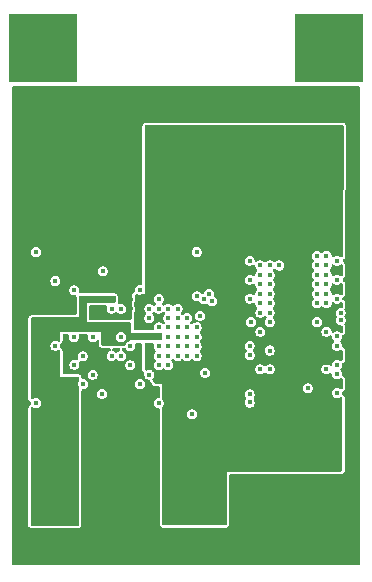
<source format=gbr>
%TF.GenerationSoftware,KiCad,Pcbnew,9.0.3*%
%TF.CreationDate,2025-08-17T15:03:40+03:00*%
%TF.ProjectId,ThingsCore-1,5468696e-6773-4436-9f72-652d312e6b69,rev?*%
%TF.SameCoordinates,Original*%
%TF.FileFunction,Copper,L4,Inr*%
%TF.FilePolarity,Positive*%
%FSLAX46Y46*%
G04 Gerber Fmt 4.6, Leading zero omitted, Abs format (unit mm)*
G04 Created by KiCad (PCBNEW 9.0.3) date 2025-08-17 15:03:40*
%MOMM*%
%LPD*%
G01*
G04 APERTURE LIST*
%TA.AperFunction,ComponentPad*%
%ADD10R,5.800000X5.800000*%
%TD*%
%TA.AperFunction,ViaPad*%
%ADD11C,0.450000*%
%TD*%
G04 APERTURE END LIST*
D10*
%TO.N,*%
%TO.C,U1*%
X15307328Y-15308537D03*
X39486338Y-15314455D03*
%TD*%
D11*
%TO.N,GND*%
X22700000Y-42149998D03*
X20350000Y-34200000D03*
X32800000Y-45300000D03*
X21900000Y-41350000D03*
X25100000Y-36550000D03*
X40200000Y-42100000D03*
X33700000Y-42500000D03*
X39300000Y-39300000D03*
X40200000Y-33300000D03*
X21900000Y-37350000D03*
X17950000Y-42100000D03*
X19500000Y-39750000D03*
X32800000Y-36500000D03*
X33700000Y-39300000D03*
X34500000Y-42500000D03*
X27900000Y-46300000D03*
X22700000Y-40550000D03*
X25900000Y-42149998D03*
X40200000Y-42900000D03*
X21900000Y-39750000D03*
X40200000Y-44500000D03*
X25900000Y-37350000D03*
X40200000Y-34900000D03*
X28950000Y-36550000D03*
X37700000Y-44100000D03*
X40200000Y-36500000D03*
X32800000Y-44619850D03*
X40200000Y-40500000D03*
X28300000Y-32550000D03*
X16350000Y-35000000D03*
X19500000Y-42950000D03*
X17950000Y-35800000D03*
X32800000Y-40500000D03*
X23500000Y-35750000D03*
X32800000Y-41300000D03*
X24300002Y-42950000D03*
X16350000Y-40500000D03*
X25900000Y-38950000D03*
X32800000Y-33300000D03*
X34500000Y-40900000D03*
X32800000Y-34900000D03*
X23500002Y-43750000D03*
X20300000Y-44550002D03*
X21100000Y-37350000D03*
X14700000Y-45350000D03*
X18650000Y-41400000D03*
X21100000Y-41350000D03*
X18700000Y-43750000D03*
X25100000Y-45349998D03*
X39300000Y-42500000D03*
X17900000Y-39750000D03*
X14700000Y-32550000D03*
%TO.N,3V3_VDD*%
X22700000Y-36550002D03*
X22700000Y-37349998D03*
X17900000Y-41350000D03*
X23500000Y-42150000D03*
X18700000Y-39750000D03*
X21900000Y-42150000D03*
X23500000Y-34950000D03*
X19500000Y-37350000D03*
X19500000Y-41350000D03*
X21100000Y-44550002D03*
X21100000Y-42150000D03*
X19500000Y-43750002D03*
X24299998Y-43750000D03*
%TO.N,1V25_CORE*%
X18700000Y-38950000D03*
X21900000Y-38950000D03*
X21100000Y-36550000D03*
X21100000Y-39750000D03*
X21100000Y-38950000D03*
X20300000Y-36550000D03*
X18700000Y-36550000D03*
X25100000Y-39750000D03*
%TO.N,1V35_DDR*%
X24299998Y-36550000D03*
X33700000Y-38500000D03*
X40200000Y-41300000D03*
X32800000Y-42100000D03*
X32800000Y-35700000D03*
X32800000Y-43700000D03*
X32800000Y-39700000D03*
X40200000Y-43700000D03*
X32800000Y-42900000D03*
X34500000Y-40100000D03*
X24293963Y-38942155D03*
X39300000Y-44900000D03*
X38500000Y-39300000D03*
X40200000Y-34100000D03*
X39300000Y-38500000D03*
X40200000Y-45300000D03*
X38500000Y-42500000D03*
X33700000Y-44900000D03*
X23500002Y-37350000D03*
X24300000Y-42150000D03*
X40200000Y-35700000D03*
X24273127Y-40549991D03*
X32800000Y-34100000D03*
%TO.N,/DDR3/DDR_VREF*%
X25100000Y-42150000D03*
X40200000Y-39700000D03*
X33700000Y-36900000D03*
%TO.N,/DDR3/DDR_CLK_N*%
X34500000Y-37700000D03*
X28300000Y-39750000D03*
%TO.N,/DDR3/DDR_CLK_P*%
X27500000Y-39750000D03*
X34500000Y-38500000D03*
%TO.N,/DDR3/ZQ*%
X29025000Y-42775000D03*
X33700000Y-37700000D03*
%TO.N,/DDR3/DDR_CKE*%
X32900000Y-38500000D03*
X25900000Y-40550000D03*
%TO.N,/DDR3/DDR_RESETN*%
X39300000Y-32900000D03*
X28350000Y-36300000D03*
%TO.N,/DDR3/DDR_BA1*%
X33700000Y-36100000D03*
X26700000Y-41350000D03*
%TO.N,/DDR3/DDR_RASN*%
X38500000Y-38500000D03*
X28300000Y-38950000D03*
%TO.N,/DDR3/DDR_BA0*%
X28600000Y-37950000D03*
X39300000Y-36100000D03*
%TO.N,/DDR3/DDR_A4*%
X33700000Y-35300000D03*
X25100000Y-41350000D03*
%TO.N,/DDR3/DDR_A2*%
X38500000Y-34500000D03*
X29600000Y-36700000D03*
%TO.N,/DDR3/DDR_A6*%
X33700000Y-34500000D03*
X27500000Y-41350000D03*
%TO.N,/DDR3/DDR_A11*%
X34500000Y-33700000D03*
X25100000Y-40550000D03*
%TO.N,/DDR3/DDR_A1*%
X34500000Y-34500000D03*
X26700000Y-40550000D03*
%TO.N,/DDR3/DDR_A5*%
X29350000Y-36100000D03*
X39300000Y-34500000D03*
%TO.N,/DDR3/DDR_CSN*%
X39300000Y-36900000D03*
X27500000Y-38900000D03*
%TO.N,/DDR3/DDR_A0*%
X27500000Y-38150000D03*
X38500000Y-35300000D03*
%TO.N,/DDR3/DDR_A13*%
X25100000Y-37350000D03*
X38500000Y-32900000D03*
%TO.N,/DDR3/DDR_ODT*%
X26700000Y-38900000D03*
X40500000Y-38350000D03*
%TO.N,/DDR3/DDR_A15*%
X27500000Y-40550000D03*
X34500000Y-36100000D03*
%TO.N,/DDR3/DDR_A7*%
X39300000Y-33700000D03*
X25900000Y-38150000D03*
%TO.N,/DDR3/DDR_BA2*%
X24300000Y-38150000D03*
X24300000Y-37350000D03*
X38500000Y-36100000D03*
%TO.N,/DDR3/DDR_A10*%
X34500000Y-36900000D03*
X25900000Y-39750000D03*
%TO.N,/DDR3/DDR_WEN*%
X25100000Y-38950000D03*
X38500000Y-36900000D03*
%TO.N,/DDR3/DDR_A9*%
X38500000Y-33700000D03*
X26700000Y-37350000D03*
%TO.N,/DDR3/DDR_A3*%
X26700000Y-38150000D03*
X39300000Y-35300000D03*
%TO.N,/DDR3/DDR_A14*%
X28300000Y-41350000D03*
X35300000Y-33700000D03*
%TO.N,/DDR3/DDR_A12*%
X28300000Y-40550000D03*
X34500000Y-35300000D03*
%TO.N,/DDR3/DDR_A8*%
X33700000Y-33700000D03*
X25900000Y-41350000D03*
%TO.N,/DDR3/DDR_CASN*%
X40500000Y-37700000D03*
X26700000Y-39750000D03*
%TD*%
%TA.AperFunction,Conductor*%
%TO.N,1V35_DDR*%
G36*
X27503498Y-46135760D02*
G01*
X27503497Y-46135763D01*
X27474500Y-46243982D01*
X27474500Y-46356018D01*
X27503497Y-46464237D01*
X27559515Y-46561263D01*
X27638737Y-46640485D01*
X27735763Y-46696503D01*
X27843982Y-46725500D01*
X27843984Y-46725500D01*
X27956016Y-46725500D01*
X27956018Y-46725500D01*
X28064237Y-46696503D01*
X28161263Y-46640485D01*
X28240485Y-46561263D01*
X28296503Y-46464237D01*
X28325500Y-46356018D01*
X28325500Y-46243982D01*
X28296503Y-46135763D01*
X28246988Y-46050000D01*
X30850000Y-46050000D01*
X30850000Y-51150000D01*
X30850000Y-55576000D01*
X30830315Y-55643039D01*
X30777511Y-55688794D01*
X30726000Y-55700000D01*
X25524000Y-55700000D01*
X25456961Y-55680315D01*
X25411206Y-55627511D01*
X25400000Y-55576000D01*
X25400000Y-46050000D01*
X27553012Y-46050000D01*
X27503498Y-46135760D01*
G37*
%TD.AperFunction*%
%TD*%
%TA.AperFunction,Conductor*%
%TO.N,1V35_DDR*%
G36*
X23364582Y-36154225D02*
G01*
X23443982Y-36175500D01*
X23443984Y-36175500D01*
X23556016Y-36175500D01*
X23556018Y-36175500D01*
X23635418Y-36154225D01*
X23667511Y-36150000D01*
X23900000Y-36150000D01*
X24948814Y-36150000D01*
X24935763Y-36153497D01*
X24935760Y-36153498D01*
X24838740Y-36209513D01*
X24838734Y-36209517D01*
X24759517Y-36288734D01*
X24759513Y-36288740D01*
X24703498Y-36385760D01*
X24703497Y-36385763D01*
X24674500Y-36493982D01*
X24674500Y-36606018D01*
X24703497Y-36714237D01*
X24759515Y-36811263D01*
X24759517Y-36811265D01*
X24810571Y-36862319D01*
X24814909Y-36870264D01*
X24822157Y-36875690D01*
X24831391Y-36900449D01*
X24844056Y-36923642D01*
X24843410Y-36932671D01*
X24846574Y-36941154D01*
X24840957Y-36966974D01*
X24839072Y-36993334D01*
X24833253Y-37002387D01*
X24831722Y-37009427D01*
X24810571Y-37037681D01*
X24787681Y-37060571D01*
X24726358Y-37094056D01*
X24656666Y-37089072D01*
X24612319Y-37060571D01*
X24561265Y-37009517D01*
X24561263Y-37009515D01*
X24464237Y-36953497D01*
X24356018Y-36924500D01*
X24243982Y-36924500D01*
X24135763Y-36953497D01*
X24135760Y-36953498D01*
X24038740Y-37009513D01*
X24038734Y-37009517D01*
X23959517Y-37088734D01*
X23959513Y-37088740D01*
X23903498Y-37185760D01*
X23903498Y-37185761D01*
X23903497Y-37185763D01*
X23874500Y-37293982D01*
X23874500Y-37406018D01*
X23903497Y-37514237D01*
X23959515Y-37611263D01*
X23959517Y-37611265D01*
X24010571Y-37662319D01*
X24044056Y-37723642D01*
X24039072Y-37793334D01*
X24010571Y-37837681D01*
X23959517Y-37888734D01*
X23959513Y-37888740D01*
X23903498Y-37985760D01*
X23903497Y-37985763D01*
X23874500Y-38093982D01*
X23874500Y-38206018D01*
X23903497Y-38314237D01*
X23959515Y-38411263D01*
X24038737Y-38490485D01*
X24135763Y-38546503D01*
X24243982Y-38575500D01*
X24243984Y-38575500D01*
X24356016Y-38575500D01*
X24356018Y-38575500D01*
X24464237Y-38546503D01*
X24561263Y-38490485D01*
X24640485Y-38411263D01*
X24696503Y-38314237D01*
X24725500Y-38206018D01*
X24725500Y-38093982D01*
X24696503Y-37985763D01*
X24640485Y-37888737D01*
X24589429Y-37837681D01*
X24585090Y-37829735D01*
X24577843Y-37824310D01*
X24568608Y-37799550D01*
X24555944Y-37776358D01*
X24556589Y-37767328D01*
X24553426Y-37758846D01*
X24559042Y-37733025D01*
X24560928Y-37706666D01*
X24566746Y-37697612D01*
X24568278Y-37690573D01*
X24589429Y-37662319D01*
X24612319Y-37639429D01*
X24673642Y-37605944D01*
X24743334Y-37610928D01*
X24787681Y-37639429D01*
X24838737Y-37690485D01*
X24935763Y-37746503D01*
X25043982Y-37775500D01*
X25043984Y-37775500D01*
X25156016Y-37775500D01*
X25156018Y-37775500D01*
X25264237Y-37746503D01*
X25361263Y-37690485D01*
X25400000Y-37651748D01*
X25400000Y-38648252D01*
X25361263Y-38609515D01*
X25264237Y-38553497D01*
X25156018Y-38524500D01*
X25043982Y-38524500D01*
X24935763Y-38553497D01*
X24935760Y-38553498D01*
X24838740Y-38609513D01*
X24838734Y-38609517D01*
X24759517Y-38688734D01*
X24759513Y-38688740D01*
X24703498Y-38785760D01*
X24703497Y-38785763D01*
X24674500Y-38893982D01*
X24674500Y-39006018D01*
X24683178Y-39038408D01*
X24681516Y-39108256D01*
X24642354Y-39166119D01*
X24578125Y-39193623D01*
X24563404Y-39194500D01*
X23124000Y-39194500D01*
X23056961Y-39174815D01*
X23011206Y-39122011D01*
X23000000Y-39070500D01*
X23000000Y-37703108D01*
X23019685Y-37636069D01*
X23036319Y-37615427D01*
X23040485Y-37611261D01*
X23096503Y-37514235D01*
X23125500Y-37406016D01*
X23125500Y-37293980D01*
X23096503Y-37185761D01*
X23040485Y-37088735D01*
X23036319Y-37084569D01*
X23021615Y-37057641D01*
X23005023Y-37031823D01*
X23004131Y-37025622D01*
X23002834Y-37023246D01*
X23000000Y-36996888D01*
X23000000Y-36903112D01*
X23019685Y-36836073D01*
X23036319Y-36815431D01*
X23040485Y-36811265D01*
X23096503Y-36714239D01*
X23125500Y-36606020D01*
X23125500Y-36493984D01*
X23096503Y-36385765D01*
X23067770Y-36335999D01*
X23066339Y-36330098D01*
X23062364Y-36325511D01*
X23058199Y-36296546D01*
X23051298Y-36268100D01*
X23053283Y-36262361D01*
X23052420Y-36256353D01*
X23064576Y-36229733D01*
X23074150Y-36202073D01*
X23078922Y-36198319D01*
X23081445Y-36192797D01*
X23106065Y-36176974D01*
X23129072Y-36158882D01*
X23136422Y-36157465D01*
X23140223Y-36155023D01*
X23175158Y-36150000D01*
X23332489Y-36150000D01*
X23364582Y-36154225D01*
G37*
%TD.AperFunction*%
%TA.AperFunction,Conductor*%
G36*
X25400000Y-36248252D02*
G01*
X25361263Y-36209515D01*
X25265498Y-36154225D01*
X25264239Y-36153498D01*
X25264238Y-36153497D01*
X25264237Y-36153497D01*
X25251186Y-36150000D01*
X25400000Y-36150000D01*
X25400000Y-36248252D01*
G37*
%TD.AperFunction*%
%TD*%
%TA.AperFunction,Conductor*%
%TO.N,1V25_CORE*%
G36*
X18234685Y-43102550D02*
G01*
X18243647Y-43101262D01*
X18267687Y-43112240D01*
X18293039Y-43119685D01*
X18298966Y-43126525D01*
X18307203Y-43130287D01*
X18321492Y-43152521D01*
X18338794Y-43172489D01*
X18341081Y-43183003D01*
X18344977Y-43189065D01*
X18350000Y-43224000D01*
X18350000Y-43471991D01*
X18333388Y-43533990D01*
X18303497Y-43585762D01*
X18303497Y-43585763D01*
X18274500Y-43693982D01*
X18274500Y-43806017D01*
X18303497Y-43914239D01*
X18321863Y-43946048D01*
X18333386Y-43966007D01*
X18350000Y-44028007D01*
X18350000Y-55626000D01*
X18330315Y-55693039D01*
X18277511Y-55738794D01*
X18226000Y-55750000D01*
X14374000Y-55750000D01*
X14306961Y-55730315D01*
X14261206Y-55677511D01*
X14250000Y-55626000D01*
X14250000Y-45796291D01*
X14269685Y-45729252D01*
X14322489Y-45683497D01*
X14391647Y-45673553D01*
X14436001Y-45688904D01*
X14438733Y-45690481D01*
X14438737Y-45690485D01*
X14535763Y-45746503D01*
X14643982Y-45775500D01*
X14643984Y-45775500D01*
X14756016Y-45775500D01*
X14756018Y-45775500D01*
X14864237Y-45746503D01*
X14961263Y-45690485D01*
X15040485Y-45611263D01*
X15096503Y-45514237D01*
X15125500Y-45406018D01*
X15125500Y-45293982D01*
X15096503Y-45185763D01*
X15040485Y-45088737D01*
X14961263Y-45009515D01*
X14864237Y-44953497D01*
X14756018Y-44924500D01*
X14643982Y-44924500D01*
X14535763Y-44953497D01*
X14535760Y-44953498D01*
X14436000Y-45011095D01*
X14368100Y-45027568D01*
X14302073Y-45004715D01*
X14258882Y-44949794D01*
X14250000Y-44903708D01*
X14250000Y-43100000D01*
X16750000Y-43100000D01*
X18226000Y-43100000D01*
X18234685Y-43102550D01*
G37*
%TD.AperFunction*%
%TD*%
%TA.AperFunction,Conductor*%
%TO.N,1V25_CORE*%
G36*
X18350000Y-39300000D02*
G01*
X16750000Y-39300000D01*
X16750000Y-40024840D01*
X16730315Y-40091879D01*
X16677511Y-40137634D01*
X16608353Y-40147578D01*
X16564001Y-40132228D01*
X16514237Y-40103497D01*
X16406018Y-40074500D01*
X16293982Y-40074500D01*
X16185763Y-40103497D01*
X16185760Y-40103498D01*
X16088740Y-40159513D01*
X16088734Y-40159517D01*
X16009517Y-40238734D01*
X16009513Y-40238740D01*
X15953498Y-40335760D01*
X15953497Y-40335763D01*
X15924500Y-40443982D01*
X15924500Y-40556018D01*
X15953497Y-40664237D01*
X16009515Y-40761263D01*
X16088737Y-40840485D01*
X16185763Y-40896503D01*
X16293982Y-40925500D01*
X16293984Y-40925500D01*
X16406016Y-40925500D01*
X16406018Y-40925500D01*
X16514237Y-40896503D01*
X16564000Y-40867771D01*
X16631900Y-40851299D01*
X16697927Y-40874151D01*
X16741117Y-40929072D01*
X16750000Y-40975159D01*
X16750000Y-43100000D01*
X14250000Y-43100000D01*
X14250000Y-38224000D01*
X14269685Y-38156961D01*
X14322489Y-38111206D01*
X14374000Y-38100000D01*
X18350000Y-38100000D01*
X18350000Y-39300000D01*
G37*
%TD.AperFunction*%
%TD*%
%TA.AperFunction,Conductor*%
%TO.N,1V35_DDR*%
G36*
X40689157Y-21819685D02*
G01*
X40734912Y-21872489D01*
X40746117Y-21924494D01*
X40702382Y-32901767D01*
X40682431Y-32968728D01*
X40629445Y-33014272D01*
X40560247Y-33023940D01*
X40496808Y-32994662D01*
X40490702Y-32988954D01*
X40461265Y-32959517D01*
X40461263Y-32959515D01*
X40364237Y-32903497D01*
X40256018Y-32874500D01*
X40143982Y-32874500D01*
X40035763Y-32903497D01*
X40035760Y-32903498D01*
X39938740Y-32959513D01*
X39938734Y-32959517D01*
X39937181Y-32961071D01*
X39935548Y-32961962D01*
X39932291Y-32964462D01*
X39931901Y-32963954D01*
X39875858Y-32994556D01*
X39806166Y-32989572D01*
X39750233Y-32947700D01*
X39725816Y-32882236D01*
X39725500Y-32873390D01*
X39725500Y-32843984D01*
X39725500Y-32843982D01*
X39696503Y-32735763D01*
X39640485Y-32638737D01*
X39561263Y-32559515D01*
X39464237Y-32503497D01*
X39356018Y-32474500D01*
X39243982Y-32474500D01*
X39135763Y-32503497D01*
X39135760Y-32503498D01*
X39038740Y-32559513D01*
X39038734Y-32559517D01*
X38987681Y-32610571D01*
X38926358Y-32644056D01*
X38856666Y-32639072D01*
X38812319Y-32610571D01*
X38761265Y-32559517D01*
X38761263Y-32559515D01*
X38664237Y-32503497D01*
X38556018Y-32474500D01*
X38443982Y-32474500D01*
X38335763Y-32503497D01*
X38335760Y-32503498D01*
X38238740Y-32559513D01*
X38238734Y-32559517D01*
X38159517Y-32638734D01*
X38159513Y-32638740D01*
X38103498Y-32735760D01*
X38103497Y-32735763D01*
X38074500Y-32843982D01*
X38074500Y-32956018D01*
X38103497Y-33064237D01*
X38159515Y-33161263D01*
X38159517Y-33161265D01*
X38210571Y-33212319D01*
X38244056Y-33273642D01*
X38239072Y-33343334D01*
X38210571Y-33387681D01*
X38159517Y-33438734D01*
X38159513Y-33438740D01*
X38103498Y-33535760D01*
X38103497Y-33535763D01*
X38074500Y-33643982D01*
X38074500Y-33756018D01*
X38103497Y-33864237D01*
X38159515Y-33961263D01*
X38159517Y-33961265D01*
X38210571Y-34012319D01*
X38244056Y-34073642D01*
X38239072Y-34143334D01*
X38210571Y-34187681D01*
X38159517Y-34238734D01*
X38159513Y-34238740D01*
X38103498Y-34335760D01*
X38103497Y-34335763D01*
X38074500Y-34443982D01*
X38074500Y-34556018D01*
X38103497Y-34664237D01*
X38159515Y-34761263D01*
X38159517Y-34761265D01*
X38210571Y-34812319D01*
X38244056Y-34873642D01*
X38239072Y-34943334D01*
X38210571Y-34987681D01*
X38159517Y-35038734D01*
X38159513Y-35038740D01*
X38103498Y-35135760D01*
X38103497Y-35135763D01*
X38074500Y-35243982D01*
X38074500Y-35356018D01*
X38103497Y-35464237D01*
X38159515Y-35561263D01*
X38159517Y-35561265D01*
X38210571Y-35612319D01*
X38244056Y-35673642D01*
X38239072Y-35743334D01*
X38210571Y-35787681D01*
X38159517Y-35838734D01*
X38159513Y-35838740D01*
X38103498Y-35935760D01*
X38103498Y-35935761D01*
X38103497Y-35935763D01*
X38074500Y-36043982D01*
X38074500Y-36156018D01*
X38096665Y-36238737D01*
X38103497Y-36264236D01*
X38103498Y-36264239D01*
X38117640Y-36288734D01*
X38159515Y-36361263D01*
X38159517Y-36361265D01*
X38210571Y-36412319D01*
X38244056Y-36473642D01*
X38239072Y-36543334D01*
X38210571Y-36587681D01*
X38159517Y-36638734D01*
X38159513Y-36638740D01*
X38103498Y-36735760D01*
X38103497Y-36735763D01*
X38074500Y-36843982D01*
X38074500Y-36956018D01*
X38099898Y-37050803D01*
X38103497Y-37064236D01*
X38103498Y-37064239D01*
X38113401Y-37081391D01*
X38159515Y-37161263D01*
X38238737Y-37240485D01*
X38335763Y-37296503D01*
X38443982Y-37325500D01*
X38443984Y-37325500D01*
X38556016Y-37325500D01*
X38556018Y-37325500D01*
X38664237Y-37296503D01*
X38761263Y-37240485D01*
X38812319Y-37189429D01*
X38873642Y-37155944D01*
X38943334Y-37160928D01*
X38987681Y-37189429D01*
X39038737Y-37240485D01*
X39135763Y-37296503D01*
X39243982Y-37325500D01*
X39243984Y-37325500D01*
X39356016Y-37325500D01*
X39356018Y-37325500D01*
X39464237Y-37296503D01*
X39561263Y-37240485D01*
X39640485Y-37161263D01*
X39696503Y-37064237D01*
X39725500Y-36956018D01*
X39725500Y-36926610D01*
X39745185Y-36859571D01*
X39797989Y-36813816D01*
X39867147Y-36803872D01*
X39930703Y-36832897D01*
X39937181Y-36838929D01*
X39938737Y-36840485D01*
X40035763Y-36896503D01*
X40143982Y-36925500D01*
X40143984Y-36925500D01*
X40256016Y-36925500D01*
X40256018Y-36925500D01*
X40364237Y-36896503D01*
X40461263Y-36840485D01*
X40474713Y-36827034D01*
X40494355Y-36816308D01*
X40511331Y-36801717D01*
X40524426Y-36799887D01*
X40536032Y-36793550D01*
X40558359Y-36795146D01*
X40580529Y-36792049D01*
X40592535Y-36797589D01*
X40605724Y-36798533D01*
X40623643Y-36811947D01*
X40643968Y-36821327D01*
X40651072Y-36832479D01*
X40661658Y-36840403D01*
X40669481Y-36861376D01*
X40681508Y-36880255D01*
X40684493Y-36901621D01*
X40686077Y-36905867D01*
X40686392Y-36915210D01*
X40685453Y-37150994D01*
X40665502Y-37217954D01*
X40612516Y-37263499D01*
X40561454Y-37274500D01*
X40443982Y-37274500D01*
X40335763Y-37303497D01*
X40335760Y-37303498D01*
X40238740Y-37359513D01*
X40238734Y-37359517D01*
X40159517Y-37438734D01*
X40159513Y-37438740D01*
X40103498Y-37535760D01*
X40103497Y-37535763D01*
X40074500Y-37643982D01*
X40074500Y-37756018D01*
X40096382Y-37837681D01*
X40103497Y-37864236D01*
X40103497Y-37864237D01*
X40160518Y-37963001D01*
X40176990Y-38030901D01*
X40160518Y-38086999D01*
X40103497Y-38185762D01*
X40103497Y-38185763D01*
X40074500Y-38293982D01*
X40074500Y-38406018D01*
X40093169Y-38475690D01*
X40103497Y-38514236D01*
X40103498Y-38514239D01*
X40108927Y-38523642D01*
X40159515Y-38611263D01*
X40238737Y-38690485D01*
X40335763Y-38746503D01*
X40443982Y-38775500D01*
X40443984Y-38775500D01*
X40554486Y-38775500D01*
X40621525Y-38795185D01*
X40667280Y-38847989D01*
X40678485Y-38899994D01*
X40676985Y-39276370D01*
X40657033Y-39343331D01*
X40604048Y-39388875D01*
X40534850Y-39398543D01*
X40471410Y-39369265D01*
X40465305Y-39363557D01*
X40461265Y-39359517D01*
X40461263Y-39359515D01*
X40369726Y-39306666D01*
X40364239Y-39303498D01*
X40364238Y-39303497D01*
X40364237Y-39303497D01*
X40256018Y-39274500D01*
X40143982Y-39274500D01*
X40035763Y-39303497D01*
X40035760Y-39303498D01*
X39938740Y-39359513D01*
X39938734Y-39359517D01*
X39937181Y-39361071D01*
X39935548Y-39361962D01*
X39932291Y-39364462D01*
X39931901Y-39363954D01*
X39875858Y-39394556D01*
X39806166Y-39389572D01*
X39750233Y-39347700D01*
X39725816Y-39282236D01*
X39725500Y-39273390D01*
X39725500Y-39243984D01*
X39725500Y-39243982D01*
X39696503Y-39135763D01*
X39640485Y-39038737D01*
X39561263Y-38959515D01*
X39464237Y-38903497D01*
X39356018Y-38874500D01*
X39243982Y-38874500D01*
X39135763Y-38903497D01*
X39135760Y-38903498D01*
X39038740Y-38959513D01*
X39038734Y-38959517D01*
X38959517Y-39038734D01*
X38959513Y-39038740D01*
X38903498Y-39135760D01*
X38903497Y-39135763D01*
X38874500Y-39243982D01*
X38874500Y-39356018D01*
X38896665Y-39438737D01*
X38903497Y-39464236D01*
X38903498Y-39464239D01*
X38917640Y-39488734D01*
X38959515Y-39561263D01*
X39038737Y-39640485D01*
X39135763Y-39696503D01*
X39243982Y-39725500D01*
X39243984Y-39725500D01*
X39356016Y-39725500D01*
X39356018Y-39725500D01*
X39464237Y-39696503D01*
X39561263Y-39640485D01*
X39562819Y-39638929D01*
X39564451Y-39638037D01*
X39567709Y-39635538D01*
X39568098Y-39636045D01*
X39624142Y-39605444D01*
X39693834Y-39610428D01*
X39749767Y-39652300D01*
X39774184Y-39717764D01*
X39774500Y-39726610D01*
X39774500Y-39756018D01*
X39803497Y-39864237D01*
X39859515Y-39961263D01*
X39859517Y-39961265D01*
X39910571Y-40012319D01*
X39944056Y-40073642D01*
X39939072Y-40143334D01*
X39910571Y-40187681D01*
X39859517Y-40238734D01*
X39859513Y-40238740D01*
X39803498Y-40335760D01*
X39803497Y-40335763D01*
X39774500Y-40443982D01*
X39774500Y-40556018D01*
X39803497Y-40664237D01*
X39859515Y-40761263D01*
X39938737Y-40840485D01*
X40035763Y-40896503D01*
X40143982Y-40925500D01*
X40143984Y-40925500D01*
X40256016Y-40925500D01*
X40256018Y-40925500D01*
X40364237Y-40896503D01*
X40461263Y-40840485D01*
X40461271Y-40840476D01*
X40467709Y-40835538D01*
X40469108Y-40837361D01*
X40520016Y-40809554D01*
X40589708Y-40814527D01*
X40645648Y-40856390D01*
X40670076Y-40921851D01*
X40670392Y-40931210D01*
X40667462Y-41666847D01*
X40647511Y-41733807D01*
X40594525Y-41779352D01*
X40525327Y-41789020D01*
X40468861Y-41762960D01*
X40467709Y-41764462D01*
X40461267Y-41759519D01*
X40461263Y-41759515D01*
X40364237Y-41703497D01*
X40256018Y-41674500D01*
X40143982Y-41674500D01*
X40035763Y-41703497D01*
X40035760Y-41703498D01*
X39938740Y-41759513D01*
X39938734Y-41759517D01*
X39859517Y-41838734D01*
X39859513Y-41838740D01*
X39803498Y-41935760D01*
X39803497Y-41935763D01*
X39774500Y-42043982D01*
X39774500Y-42073390D01*
X39754815Y-42140429D01*
X39702011Y-42186184D01*
X39632853Y-42196128D01*
X39569297Y-42167103D01*
X39562819Y-42161071D01*
X39561265Y-42159517D01*
X39561263Y-42159515D01*
X39464237Y-42103497D01*
X39356018Y-42074500D01*
X39243982Y-42074500D01*
X39135763Y-42103497D01*
X39135760Y-42103498D01*
X39038740Y-42159513D01*
X39038734Y-42159517D01*
X38959517Y-42238734D01*
X38959513Y-42238740D01*
X38903498Y-42335760D01*
X38903497Y-42335763D01*
X38874500Y-42443982D01*
X38874500Y-42556018D01*
X38903497Y-42664237D01*
X38959515Y-42761263D01*
X39038737Y-42840485D01*
X39135763Y-42896503D01*
X39243982Y-42925500D01*
X39243984Y-42925500D01*
X39356016Y-42925500D01*
X39356018Y-42925500D01*
X39464237Y-42896503D01*
X39561263Y-42840485D01*
X39562819Y-42838929D01*
X39564451Y-42838037D01*
X39567709Y-42835538D01*
X39568098Y-42836045D01*
X39624142Y-42805444D01*
X39693834Y-42810428D01*
X39749767Y-42852300D01*
X39774184Y-42917764D01*
X39774500Y-42926610D01*
X39774500Y-42956018D01*
X39803497Y-43064237D01*
X39859515Y-43161263D01*
X39938737Y-43240485D01*
X40035763Y-43296503D01*
X40143982Y-43325500D01*
X40143984Y-43325500D01*
X40256016Y-43325500D01*
X40256018Y-43325500D01*
X40364237Y-43296503D01*
X40461263Y-43240485D01*
X40461273Y-43240475D01*
X40461297Y-43240457D01*
X40461340Y-43240440D01*
X40468302Y-43236421D01*
X40468928Y-43237505D01*
X40526462Y-43215253D01*
X40594909Y-43229280D01*
X40644906Y-43278086D01*
X40660798Y-43339315D01*
X40657929Y-44059470D01*
X40637978Y-44126431D01*
X40584992Y-44171975D01*
X40515794Y-44181643D01*
X40469254Y-44161930D01*
X40468302Y-44163579D01*
X40364239Y-44103498D01*
X40364238Y-44103497D01*
X40364237Y-44103497D01*
X40256018Y-44074500D01*
X40143982Y-44074500D01*
X40035763Y-44103497D01*
X40035760Y-44103498D01*
X39938740Y-44159513D01*
X39938734Y-44159517D01*
X39859517Y-44238734D01*
X39859513Y-44238740D01*
X39803498Y-44335760D01*
X39803497Y-44335763D01*
X39774500Y-44443982D01*
X39774500Y-44556018D01*
X39776595Y-44563834D01*
X39803497Y-44664236D01*
X39803498Y-44664239D01*
X39810212Y-44675868D01*
X39859515Y-44761263D01*
X39938737Y-44840485D01*
X40035763Y-44896503D01*
X40143982Y-44925500D01*
X40143984Y-44925500D01*
X40256016Y-44925500D01*
X40256018Y-44925500D01*
X40364237Y-44896503D01*
X40461263Y-44840485D01*
X40461263Y-44840484D01*
X40468302Y-44836421D01*
X40470129Y-44839586D01*
X40519362Y-44820221D01*
X40587888Y-44833857D01*
X40638164Y-44882376D01*
X40654404Y-44944222D01*
X40630173Y-51026494D01*
X40610222Y-51093455D01*
X40557236Y-51138999D01*
X40506174Y-51150000D01*
X25400000Y-51150000D01*
X25400000Y-46243982D01*
X27474500Y-46243982D01*
X27474500Y-46356018D01*
X27503497Y-46464237D01*
X27559515Y-46561263D01*
X27638737Y-46640485D01*
X27735763Y-46696503D01*
X27843982Y-46725500D01*
X27843984Y-46725500D01*
X27956016Y-46725500D01*
X27956018Y-46725500D01*
X28064237Y-46696503D01*
X28161263Y-46640485D01*
X28240485Y-46561263D01*
X28296503Y-46464237D01*
X28325500Y-46356018D01*
X28325500Y-46243982D01*
X28296503Y-46135763D01*
X28240485Y-46038737D01*
X28161263Y-45959515D01*
X28064237Y-45903497D01*
X27956018Y-45874500D01*
X27843982Y-45874500D01*
X27735763Y-45903497D01*
X27735760Y-45903498D01*
X27638740Y-45959513D01*
X27638734Y-45959517D01*
X27559517Y-46038734D01*
X27559513Y-46038740D01*
X27503498Y-46135760D01*
X27503497Y-46135763D01*
X27474500Y-46243982D01*
X25400000Y-46243982D01*
X25400000Y-45703108D01*
X25419685Y-45636069D01*
X25436319Y-45615427D01*
X25440485Y-45611261D01*
X25496503Y-45514235D01*
X25525500Y-45406016D01*
X25525500Y-45293980D01*
X25496503Y-45185761D01*
X25440485Y-45088735D01*
X25436319Y-45084569D01*
X25402834Y-45023246D01*
X25400000Y-44996888D01*
X25400000Y-44563832D01*
X32374500Y-44563832D01*
X32374500Y-44675868D01*
X32397382Y-44761263D01*
X32403497Y-44784086D01*
X32403498Y-44784089D01*
X32459515Y-44881113D01*
X32462067Y-44884439D01*
X32463347Y-44887750D01*
X32463579Y-44888152D01*
X32463516Y-44888188D01*
X32487261Y-44949608D01*
X32473222Y-45018053D01*
X32462067Y-45035411D01*
X32459515Y-45038736D01*
X32403498Y-45135760D01*
X32403497Y-45135763D01*
X32374500Y-45243982D01*
X32374500Y-45356018D01*
X32403497Y-45464237D01*
X32459515Y-45561263D01*
X32538737Y-45640485D01*
X32635763Y-45696503D01*
X32743982Y-45725500D01*
X32743984Y-45725500D01*
X32856016Y-45725500D01*
X32856018Y-45725500D01*
X32964237Y-45696503D01*
X33061263Y-45640485D01*
X33140485Y-45561263D01*
X33196503Y-45464237D01*
X33225500Y-45356018D01*
X33225500Y-45243982D01*
X33196503Y-45135763D01*
X33140485Y-45038737D01*
X33140484Y-45038736D01*
X33137937Y-45035417D01*
X33136657Y-45032106D01*
X33136421Y-45031698D01*
X33136484Y-45031661D01*
X33112739Y-44970250D01*
X33126773Y-44901804D01*
X33137937Y-44884433D01*
X33140481Y-44881116D01*
X33140485Y-44881113D01*
X33196503Y-44784087D01*
X33225500Y-44675868D01*
X33225500Y-44563832D01*
X33196503Y-44455613D01*
X33140485Y-44358587D01*
X33061263Y-44279365D01*
X32964237Y-44223347D01*
X32856018Y-44194350D01*
X32743982Y-44194350D01*
X32635763Y-44223347D01*
X32635760Y-44223348D01*
X32538740Y-44279363D01*
X32538734Y-44279367D01*
X32459517Y-44358584D01*
X32459513Y-44358590D01*
X32403498Y-44455610D01*
X32403497Y-44455613D01*
X32374500Y-44563832D01*
X25400000Y-44563832D01*
X25400000Y-44043982D01*
X37274500Y-44043982D01*
X37274500Y-44156018D01*
X37303497Y-44264237D01*
X37359515Y-44361263D01*
X37438737Y-44440485D01*
X37535763Y-44496503D01*
X37643982Y-44525500D01*
X37643984Y-44525500D01*
X37756016Y-44525500D01*
X37756018Y-44525500D01*
X37864237Y-44496503D01*
X37961263Y-44440485D01*
X38040485Y-44361263D01*
X38096503Y-44264237D01*
X38125500Y-44156018D01*
X38125500Y-44043982D01*
X38096503Y-43935763D01*
X38040485Y-43838737D01*
X37961263Y-43759515D01*
X37864237Y-43703497D01*
X37756018Y-43674500D01*
X37643982Y-43674500D01*
X37535763Y-43703497D01*
X37535760Y-43703498D01*
X37438740Y-43759513D01*
X37438734Y-43759517D01*
X37359517Y-43838734D01*
X37359513Y-43838740D01*
X37303498Y-43935760D01*
X37303497Y-43935763D01*
X37274500Y-44043982D01*
X25400000Y-44043982D01*
X25400000Y-43700000D01*
X24822259Y-43700000D01*
X24755220Y-43680315D01*
X24709465Y-43627511D01*
X24702486Y-43608099D01*
X24696501Y-43585763D01*
X24640483Y-43488737D01*
X24589429Y-43437683D01*
X24555944Y-43376360D01*
X24560928Y-43306668D01*
X24589429Y-43262321D01*
X24614245Y-43237505D01*
X24640487Y-43211263D01*
X24696505Y-43114237D01*
X24725502Y-43006018D01*
X24725502Y-42893982D01*
X24696505Y-42785763D01*
X24695308Y-42783690D01*
X24689052Y-42772853D01*
X24657949Y-42718982D01*
X28599500Y-42718982D01*
X28599500Y-42831018D01*
X28622744Y-42917764D01*
X28628497Y-42939236D01*
X28628498Y-42939239D01*
X28647169Y-42971579D01*
X28684515Y-43036263D01*
X28763737Y-43115485D01*
X28860763Y-43171503D01*
X28968982Y-43200500D01*
X28968984Y-43200500D01*
X29081016Y-43200500D01*
X29081018Y-43200500D01*
X29189237Y-43171503D01*
X29286263Y-43115485D01*
X29365485Y-43036263D01*
X29421503Y-42939237D01*
X29450500Y-42831018D01*
X29450500Y-42718982D01*
X29421503Y-42610763D01*
X29365485Y-42513737D01*
X29295730Y-42443982D01*
X33274500Y-42443982D01*
X33274500Y-42556018D01*
X33303497Y-42664237D01*
X33359515Y-42761263D01*
X33438737Y-42840485D01*
X33535763Y-42896503D01*
X33643982Y-42925500D01*
X33643984Y-42925500D01*
X33756016Y-42925500D01*
X33756018Y-42925500D01*
X33864237Y-42896503D01*
X33961263Y-42840485D01*
X34012319Y-42789429D01*
X34073642Y-42755944D01*
X34143334Y-42760928D01*
X34187681Y-42789429D01*
X34238737Y-42840485D01*
X34335763Y-42896503D01*
X34443982Y-42925500D01*
X34443984Y-42925500D01*
X34556016Y-42925500D01*
X34556018Y-42925500D01*
X34664237Y-42896503D01*
X34761263Y-42840485D01*
X34840485Y-42761263D01*
X34896503Y-42664237D01*
X34925500Y-42556018D01*
X34925500Y-42443982D01*
X34896503Y-42335763D01*
X34840485Y-42238737D01*
X34761263Y-42159515D01*
X34664237Y-42103497D01*
X34556018Y-42074500D01*
X34443982Y-42074500D01*
X34335763Y-42103497D01*
X34335760Y-42103498D01*
X34238740Y-42159513D01*
X34238734Y-42159517D01*
X34187681Y-42210571D01*
X34126358Y-42244056D01*
X34056666Y-42239072D01*
X34012319Y-42210571D01*
X33961265Y-42159517D01*
X33961263Y-42159515D01*
X33864237Y-42103497D01*
X33756018Y-42074500D01*
X33643982Y-42074500D01*
X33535763Y-42103497D01*
X33535760Y-42103498D01*
X33438740Y-42159513D01*
X33438734Y-42159517D01*
X33359517Y-42238734D01*
X33359513Y-42238740D01*
X33303498Y-42335760D01*
X33303497Y-42335763D01*
X33274500Y-42443982D01*
X29295730Y-42443982D01*
X29286263Y-42434515D01*
X29189237Y-42378497D01*
X29081018Y-42349500D01*
X28968982Y-42349500D01*
X28860763Y-42378497D01*
X28860760Y-42378498D01*
X28763740Y-42434513D01*
X28763734Y-42434517D01*
X28684517Y-42513734D01*
X28684513Y-42513740D01*
X28628498Y-42610760D01*
X28628497Y-42610763D01*
X28599500Y-42718982D01*
X24657949Y-42718982D01*
X24640489Y-42688740D01*
X24640484Y-42688734D01*
X24561267Y-42609517D01*
X24561265Y-42609515D01*
X24494685Y-42571075D01*
X24464241Y-42553498D01*
X24464240Y-42553497D01*
X24464239Y-42553497D01*
X24356020Y-42524500D01*
X24243984Y-42524500D01*
X24135765Y-42553497D01*
X24135764Y-42553497D01*
X24085999Y-42582229D01*
X24080097Y-42583660D01*
X24075511Y-42587635D01*
X24046542Y-42591800D01*
X24018099Y-42598700D01*
X24012363Y-42596714D01*
X24006353Y-42597579D01*
X23979727Y-42585419D01*
X23952072Y-42575848D01*
X23948319Y-42571075D01*
X23942797Y-42568554D01*
X23926973Y-42543931D01*
X23908882Y-42520926D01*
X23907465Y-42513576D01*
X23905023Y-42509776D01*
X23900000Y-42474841D01*
X23900000Y-42317510D01*
X23904225Y-42285417D01*
X23909900Y-42264237D01*
X23925500Y-42206018D01*
X23925500Y-42093982D01*
X23912103Y-42043982D01*
X23904225Y-42014580D01*
X23900000Y-41982488D01*
X23900000Y-40379500D01*
X23919685Y-40312461D01*
X23972489Y-40266706D01*
X24024000Y-40255500D01*
X24576801Y-40255500D01*
X24643840Y-40275185D01*
X24689595Y-40327989D01*
X24699539Y-40397147D01*
X24696576Y-40411591D01*
X24674500Y-40493982D01*
X24674500Y-40606018D01*
X24703497Y-40714237D01*
X24759515Y-40811263D01*
X24759517Y-40811265D01*
X24810571Y-40862319D01*
X24844056Y-40923642D01*
X24839072Y-40993334D01*
X24810571Y-41037681D01*
X24759517Y-41088734D01*
X24759513Y-41088740D01*
X24703498Y-41185760D01*
X24703497Y-41185763D01*
X24674500Y-41293982D01*
X24674500Y-41406018D01*
X24703497Y-41514237D01*
X24759515Y-41611263D01*
X24759517Y-41611265D01*
X24810571Y-41662319D01*
X24844056Y-41723642D01*
X24839072Y-41793334D01*
X24810571Y-41837681D01*
X24759517Y-41888734D01*
X24759513Y-41888740D01*
X24703498Y-41985760D01*
X24703498Y-41985761D01*
X24703497Y-41985763D01*
X24674500Y-42093982D01*
X24674500Y-42206018D01*
X24703497Y-42314237D01*
X24759515Y-42411263D01*
X24838737Y-42490485D01*
X24935763Y-42546503D01*
X25043982Y-42575500D01*
X25043984Y-42575500D01*
X25156016Y-42575500D01*
X25156018Y-42575500D01*
X25264237Y-42546503D01*
X25361263Y-42490485D01*
X25412320Y-42439428D01*
X25473643Y-42405943D01*
X25543335Y-42410927D01*
X25587682Y-42439428D01*
X25638737Y-42490483D01*
X25735763Y-42546501D01*
X25843982Y-42575498D01*
X25843984Y-42575498D01*
X25956016Y-42575498D01*
X25956018Y-42575498D01*
X26064237Y-42546501D01*
X26161263Y-42490483D01*
X26240485Y-42411261D01*
X26296503Y-42314235D01*
X26325500Y-42206016D01*
X26325500Y-42093980D01*
X26296503Y-41985761D01*
X26240485Y-41888735D01*
X26189430Y-41837680D01*
X26185091Y-41829734D01*
X26177844Y-41824309D01*
X26168609Y-41799549D01*
X26155945Y-41776357D01*
X26156590Y-41767327D01*
X26153427Y-41758845D01*
X26159043Y-41733024D01*
X26160929Y-41706665D01*
X26166747Y-41697611D01*
X26168279Y-41690572D01*
X26189430Y-41662318D01*
X26212319Y-41639429D01*
X26273642Y-41605944D01*
X26343334Y-41610928D01*
X26387681Y-41639429D01*
X26438737Y-41690485D01*
X26535763Y-41746503D01*
X26643982Y-41775500D01*
X26643984Y-41775500D01*
X26756016Y-41775500D01*
X26756018Y-41775500D01*
X26864237Y-41746503D01*
X26961263Y-41690485D01*
X27012319Y-41639429D01*
X27073642Y-41605944D01*
X27143334Y-41610928D01*
X27187681Y-41639429D01*
X27238737Y-41690485D01*
X27335763Y-41746503D01*
X27443982Y-41775500D01*
X27443984Y-41775500D01*
X27556016Y-41775500D01*
X27556018Y-41775500D01*
X27664237Y-41746503D01*
X27761263Y-41690485D01*
X27812319Y-41639429D01*
X27873642Y-41605944D01*
X27943334Y-41610928D01*
X27987681Y-41639429D01*
X28038737Y-41690485D01*
X28135763Y-41746503D01*
X28243982Y-41775500D01*
X28243984Y-41775500D01*
X28356016Y-41775500D01*
X28356018Y-41775500D01*
X28464237Y-41746503D01*
X28561263Y-41690485D01*
X28640485Y-41611263D01*
X28696503Y-41514237D01*
X28725500Y-41406018D01*
X28725500Y-41293982D01*
X28696503Y-41185763D01*
X28640485Y-41088737D01*
X28589429Y-41037681D01*
X28555944Y-40976358D01*
X28560928Y-40906666D01*
X28589429Y-40862319D01*
X28614387Y-40837361D01*
X28640485Y-40811263D01*
X28696503Y-40714237D01*
X28725500Y-40606018D01*
X28725500Y-40493982D01*
X28712103Y-40443982D01*
X32374500Y-40443982D01*
X32374500Y-40556018D01*
X32403497Y-40664237D01*
X32459515Y-40761263D01*
X32459517Y-40761265D01*
X32510571Y-40812319D01*
X32544056Y-40873642D01*
X32539072Y-40943334D01*
X32510571Y-40987681D01*
X32459517Y-41038734D01*
X32459513Y-41038740D01*
X32403498Y-41135760D01*
X32403497Y-41135763D01*
X32374500Y-41243982D01*
X32374500Y-41356018D01*
X32403497Y-41464237D01*
X32459515Y-41561263D01*
X32538737Y-41640485D01*
X32635763Y-41696503D01*
X32743982Y-41725500D01*
X32743984Y-41725500D01*
X32856016Y-41725500D01*
X32856018Y-41725500D01*
X32964237Y-41696503D01*
X33061263Y-41640485D01*
X33140485Y-41561263D01*
X33196503Y-41464237D01*
X33225500Y-41356018D01*
X33225500Y-41243982D01*
X33196503Y-41135763D01*
X33140485Y-41038737D01*
X33089429Y-40987681D01*
X33085493Y-40980474D01*
X33078855Y-40975643D01*
X33068995Y-40950259D01*
X33055944Y-40926358D01*
X33056529Y-40918167D01*
X33053557Y-40910514D01*
X33058985Y-40883831D01*
X33060928Y-40856666D01*
X33066208Y-40848326D01*
X33067092Y-40843982D01*
X34074500Y-40843982D01*
X34074500Y-40956018D01*
X34103497Y-41064237D01*
X34159515Y-41161263D01*
X34238737Y-41240485D01*
X34335763Y-41296503D01*
X34443982Y-41325500D01*
X34443984Y-41325500D01*
X34556016Y-41325500D01*
X34556018Y-41325500D01*
X34664237Y-41296503D01*
X34761263Y-41240485D01*
X34840485Y-41161263D01*
X34896503Y-41064237D01*
X34925500Y-40956018D01*
X34925500Y-40843982D01*
X34896503Y-40735763D01*
X34840485Y-40638737D01*
X34761263Y-40559515D01*
X34664237Y-40503497D01*
X34556018Y-40474500D01*
X34443982Y-40474500D01*
X34335763Y-40503497D01*
X34335760Y-40503498D01*
X34238740Y-40559513D01*
X34238734Y-40559517D01*
X34159517Y-40638734D01*
X34159513Y-40638740D01*
X34103498Y-40735760D01*
X34103497Y-40735763D01*
X34074500Y-40843982D01*
X33067092Y-40843982D01*
X33067486Y-40842047D01*
X33086468Y-40816329D01*
X33088254Y-40813510D01*
X33088838Y-40812909D01*
X33140485Y-40761263D01*
X33196503Y-40664237D01*
X33225500Y-40556018D01*
X33225500Y-40443982D01*
X33196503Y-40335763D01*
X33140485Y-40238737D01*
X33061263Y-40159515D01*
X32964237Y-40103497D01*
X32856018Y-40074500D01*
X32743982Y-40074500D01*
X32635763Y-40103497D01*
X32635760Y-40103498D01*
X32538740Y-40159513D01*
X32538734Y-40159517D01*
X32459517Y-40238734D01*
X32459513Y-40238740D01*
X32403498Y-40335760D01*
X32403497Y-40335763D01*
X32374500Y-40443982D01*
X28712103Y-40443982D01*
X28696503Y-40385763D01*
X28640485Y-40288737D01*
X28589429Y-40237681D01*
X28555944Y-40176358D01*
X28560928Y-40106666D01*
X28589429Y-40062319D01*
X28611263Y-40040485D01*
X28640485Y-40011263D01*
X28696503Y-39914237D01*
X28725500Y-39806018D01*
X28725500Y-39693982D01*
X28696503Y-39585763D01*
X28640485Y-39488737D01*
X28589429Y-39437681D01*
X28588268Y-39435555D01*
X28586187Y-39434315D01*
X28571611Y-39405051D01*
X28555944Y-39376358D01*
X28556116Y-39373941D01*
X28555037Y-39371773D01*
X28558595Y-39339285D01*
X28560928Y-39306666D01*
X28562462Y-39303977D01*
X28562644Y-39302319D01*
X28567827Y-39294578D01*
X28580714Y-39272001D01*
X28584813Y-39266934D01*
X28607765Y-39243982D01*
X33274500Y-39243982D01*
X33274500Y-39356018D01*
X33296665Y-39438737D01*
X33303497Y-39464236D01*
X33303498Y-39464239D01*
X33317640Y-39488734D01*
X33359515Y-39561263D01*
X33438737Y-39640485D01*
X33535763Y-39696503D01*
X33643982Y-39725500D01*
X33643984Y-39725500D01*
X33756016Y-39725500D01*
X33756018Y-39725500D01*
X33864237Y-39696503D01*
X33961263Y-39640485D01*
X34040485Y-39561263D01*
X34096503Y-39464237D01*
X34125500Y-39356018D01*
X34125500Y-39243982D01*
X34096503Y-39135763D01*
X34040485Y-39038737D01*
X33961263Y-38959515D01*
X33864237Y-38903497D01*
X33756018Y-38874500D01*
X33643982Y-38874500D01*
X33535763Y-38903497D01*
X33535760Y-38903498D01*
X33438740Y-38959513D01*
X33438734Y-38959517D01*
X33359517Y-39038734D01*
X33359513Y-39038740D01*
X33303498Y-39135760D01*
X33303497Y-39135763D01*
X33274500Y-39243982D01*
X28607765Y-39243982D01*
X28640485Y-39211263D01*
X28666951Y-39165422D01*
X28666953Y-39165420D01*
X28684077Y-39135760D01*
X28696503Y-39114237D01*
X28725500Y-39006018D01*
X28725500Y-38893982D01*
X28696503Y-38785763D01*
X28640485Y-38688737D01*
X28561263Y-38609515D01*
X28556710Y-38606886D01*
X28508496Y-38556321D01*
X28495272Y-38487714D01*
X28512780Y-38443982D01*
X32474500Y-38443982D01*
X32474500Y-38556018D01*
X32503497Y-38664237D01*
X32559515Y-38761263D01*
X32638737Y-38840485D01*
X32735763Y-38896503D01*
X32843982Y-38925500D01*
X32843984Y-38925500D01*
X32956016Y-38925500D01*
X32956018Y-38925500D01*
X33064237Y-38896503D01*
X33161263Y-38840485D01*
X33240485Y-38761263D01*
X33296503Y-38664237D01*
X33325500Y-38556018D01*
X33325500Y-38443982D01*
X33296503Y-38335763D01*
X33240485Y-38238737D01*
X33161263Y-38159515D01*
X33082839Y-38114237D01*
X33064239Y-38103498D01*
X33064238Y-38103497D01*
X33064237Y-38103497D01*
X32956018Y-38074500D01*
X32843982Y-38074500D01*
X32735763Y-38103497D01*
X32735760Y-38103498D01*
X32638740Y-38159513D01*
X32638734Y-38159517D01*
X32559517Y-38238734D01*
X32559513Y-38238740D01*
X32503498Y-38335760D01*
X32503497Y-38335763D01*
X32474500Y-38443982D01*
X28512780Y-38443982D01*
X28521240Y-38422849D01*
X28578154Y-38382320D01*
X28586773Y-38379684D01*
X28602469Y-38375500D01*
X28656018Y-38375500D01*
X28764237Y-38346503D01*
X28861263Y-38290485D01*
X28940485Y-38211263D01*
X28996503Y-38114237D01*
X29025500Y-38006018D01*
X29025500Y-37893982D01*
X28996503Y-37785763D01*
X28940485Y-37688737D01*
X28861263Y-37609515D01*
X28764237Y-37553497D01*
X28656018Y-37524500D01*
X28543982Y-37524500D01*
X28435763Y-37553497D01*
X28435760Y-37553498D01*
X28338740Y-37609513D01*
X28338734Y-37609517D01*
X28259517Y-37688734D01*
X28259513Y-37688740D01*
X28203498Y-37785760D01*
X28203497Y-37785763D01*
X28174500Y-37893982D01*
X28174500Y-38006018D01*
X28203497Y-38114237D01*
X28259515Y-38211263D01*
X28338737Y-38290485D01*
X28343289Y-38293113D01*
X28391504Y-38343679D01*
X28404728Y-38412286D01*
X28378760Y-38477151D01*
X28321846Y-38517680D01*
X28281289Y-38524500D01*
X28243982Y-38524500D01*
X28135763Y-38553497D01*
X28135760Y-38553498D01*
X28038740Y-38609513D01*
X28038734Y-38609517D01*
X28012681Y-38635571D01*
X28004735Y-38639909D01*
X27999310Y-38647157D01*
X27974550Y-38656391D01*
X27951358Y-38669056D01*
X27942328Y-38668410D01*
X27933846Y-38671574D01*
X27908025Y-38665957D01*
X27881666Y-38664072D01*
X27872612Y-38658253D01*
X27865573Y-38656722D01*
X27837319Y-38635571D01*
X27814429Y-38612681D01*
X27780944Y-38551358D01*
X27785928Y-38481666D01*
X27814429Y-38437319D01*
X27840485Y-38411263D01*
X27896503Y-38314237D01*
X27925500Y-38206018D01*
X27925500Y-38093982D01*
X27896503Y-37985763D01*
X27840485Y-37888737D01*
X27761263Y-37809515D01*
X27673502Y-37758846D01*
X27664239Y-37753498D01*
X27664238Y-37753497D01*
X27664237Y-37753497D01*
X27556018Y-37724500D01*
X27443982Y-37724500D01*
X27335763Y-37753497D01*
X27335760Y-37753498D01*
X27238740Y-37809513D01*
X27238734Y-37809517D01*
X27187681Y-37860571D01*
X27179735Y-37864909D01*
X27174310Y-37872157D01*
X27149550Y-37881391D01*
X27126358Y-37894056D01*
X27117328Y-37893410D01*
X27108846Y-37896574D01*
X27083025Y-37890957D01*
X27056666Y-37889072D01*
X27047612Y-37883253D01*
X27040573Y-37881722D01*
X27012319Y-37860571D01*
X26989429Y-37837681D01*
X26955944Y-37776358D01*
X26960928Y-37706666D01*
X26989429Y-37662319D01*
X27012319Y-37639429D01*
X27040485Y-37611263D01*
X27096503Y-37514237D01*
X27125500Y-37406018D01*
X27125500Y-37293982D01*
X27096503Y-37185763D01*
X27040485Y-37088737D01*
X26961263Y-37009515D01*
X26887580Y-36966974D01*
X26864239Y-36953498D01*
X26864238Y-36953497D01*
X26864237Y-36953497D01*
X26756018Y-36924500D01*
X26643982Y-36924500D01*
X26535763Y-36953497D01*
X26535760Y-36953498D01*
X26438740Y-37009513D01*
X26438734Y-37009517D01*
X26387681Y-37060571D01*
X26326358Y-37094056D01*
X26256666Y-37089072D01*
X26212319Y-37060571D01*
X26161265Y-37009517D01*
X26161263Y-37009515D01*
X26087580Y-36966974D01*
X26064239Y-36953498D01*
X26064238Y-36953497D01*
X26064237Y-36953497D01*
X25956018Y-36924500D01*
X25843982Y-36924500D01*
X25735763Y-36953497D01*
X25735760Y-36953498D01*
X25638740Y-37009513D01*
X25638734Y-37009517D01*
X25587681Y-37060571D01*
X25579735Y-37064909D01*
X25574310Y-37072157D01*
X25549550Y-37081391D01*
X25526358Y-37094056D01*
X25517328Y-37093410D01*
X25508846Y-37096574D01*
X25483025Y-37090957D01*
X25456666Y-37089072D01*
X25447612Y-37083253D01*
X25440573Y-37081722D01*
X25412319Y-37060571D01*
X25389429Y-37037681D01*
X25355944Y-36976358D01*
X25360928Y-36906666D01*
X25389429Y-36862319D01*
X25413711Y-36838037D01*
X25440485Y-36811263D01*
X25496503Y-36714237D01*
X25525500Y-36606018D01*
X25525500Y-36493982D01*
X25496503Y-36385763D01*
X25440485Y-36288737D01*
X25395730Y-36243982D01*
X27924500Y-36243982D01*
X27924500Y-36356018D01*
X27953497Y-36464237D01*
X28009515Y-36561263D01*
X28088737Y-36640485D01*
X28185763Y-36696503D01*
X28293982Y-36725500D01*
X28293984Y-36725500D01*
X28406015Y-36725500D01*
X28406018Y-36725500D01*
X28447466Y-36714394D01*
X28517313Y-36716057D01*
X28575176Y-36755219D01*
X28586944Y-36772169D01*
X28609515Y-36811263D01*
X28688737Y-36890485D01*
X28785763Y-36946503D01*
X28893982Y-36975500D01*
X28893984Y-36975500D01*
X29006016Y-36975500D01*
X29006018Y-36975500D01*
X29114237Y-36946503D01*
X29114572Y-36946309D01*
X29114890Y-36946232D01*
X29121747Y-36943392D01*
X29122189Y-36944460D01*
X29182468Y-36929831D01*
X29248497Y-36952676D01*
X29264261Y-36966009D01*
X29338737Y-37040485D01*
X29435763Y-37096503D01*
X29543982Y-37125500D01*
X29543984Y-37125500D01*
X29656016Y-37125500D01*
X29656018Y-37125500D01*
X29764237Y-37096503D01*
X29861263Y-37040485D01*
X29940485Y-36961263D01*
X29996503Y-36864237D01*
X30025500Y-36756018D01*
X30025500Y-36643982D01*
X29996503Y-36535763D01*
X29940485Y-36438737D01*
X29861263Y-36359515D01*
X29822169Y-36336944D01*
X29773953Y-36286377D01*
X29760731Y-36217770D01*
X29764392Y-36197473D01*
X29775500Y-36156018D01*
X29775500Y-36043982D01*
X29746503Y-35935763D01*
X29690485Y-35838737D01*
X29611263Y-35759515D01*
X29514237Y-35703497D01*
X29406018Y-35674500D01*
X29293982Y-35674500D01*
X29185763Y-35703497D01*
X29185760Y-35703498D01*
X29088740Y-35759513D01*
X29088734Y-35759517D01*
X29009517Y-35838734D01*
X29009513Y-35838740D01*
X28953498Y-35935760D01*
X28953497Y-35935761D01*
X28928761Y-36028081D01*
X28892396Y-36087741D01*
X28829549Y-36118270D01*
X28760173Y-36109975D01*
X28706295Y-36065490D01*
X28701599Y-36057987D01*
X28693513Y-36043982D01*
X28690485Y-36038737D01*
X28611263Y-35959515D01*
X28514237Y-35903497D01*
X28406018Y-35874500D01*
X28293982Y-35874500D01*
X28185763Y-35903497D01*
X28185760Y-35903498D01*
X28088740Y-35959513D01*
X28088734Y-35959517D01*
X28009517Y-36038734D01*
X28009513Y-36038740D01*
X27953498Y-36135760D01*
X27953497Y-36135763D01*
X27924500Y-36243982D01*
X25395730Y-36243982D01*
X25361263Y-36209515D01*
X25274664Y-36159517D01*
X25264239Y-36153498D01*
X25264238Y-36153497D01*
X25264237Y-36153497D01*
X25156018Y-36124500D01*
X25043982Y-36124500D01*
X24935763Y-36153497D01*
X24935760Y-36153498D01*
X24838740Y-36209513D01*
X24838734Y-36209517D01*
X24759517Y-36288734D01*
X24759513Y-36288740D01*
X24703498Y-36385760D01*
X24703497Y-36385763D01*
X24674500Y-36493982D01*
X24674500Y-36606018D01*
X24690100Y-36664236D01*
X24703497Y-36714236D01*
X24703498Y-36714239D01*
X24704548Y-36716057D01*
X24759515Y-36811263D01*
X24759517Y-36811265D01*
X24810571Y-36862319D01*
X24814909Y-36870264D01*
X24822157Y-36875690D01*
X24831391Y-36900449D01*
X24844056Y-36923642D01*
X24843410Y-36932671D01*
X24846574Y-36941154D01*
X24840957Y-36966974D01*
X24839072Y-36993334D01*
X24833253Y-37002387D01*
X24831722Y-37009427D01*
X24810571Y-37037681D01*
X24787681Y-37060571D01*
X24726358Y-37094056D01*
X24656666Y-37089072D01*
X24612319Y-37060571D01*
X24561265Y-37009517D01*
X24561263Y-37009515D01*
X24487580Y-36966974D01*
X24464239Y-36953498D01*
X24464238Y-36953497D01*
X24464237Y-36953497D01*
X24356018Y-36924500D01*
X24243982Y-36924500D01*
X24135763Y-36953497D01*
X24135760Y-36953498D01*
X24038740Y-37009513D01*
X24038734Y-37009517D01*
X23959517Y-37088734D01*
X23959513Y-37088740D01*
X23903498Y-37185760D01*
X23903497Y-37185761D01*
X23900000Y-37198813D01*
X23900000Y-36150000D01*
X23900000Y-35917510D01*
X23904225Y-35885417D01*
X23907150Y-35874500D01*
X23925500Y-35806018D01*
X23925500Y-35693982D01*
X23904225Y-35614582D01*
X23900000Y-35582489D01*
X23900000Y-35117510D01*
X23904225Y-35085417D01*
X23925500Y-35006018D01*
X23925500Y-34893982D01*
X23904225Y-34814582D01*
X23900000Y-34782489D01*
X23900000Y-33243982D01*
X32374500Y-33243982D01*
X32374500Y-33356018D01*
X32403497Y-33464237D01*
X32459515Y-33561263D01*
X32538737Y-33640485D01*
X32635763Y-33696503D01*
X32743982Y-33725500D01*
X32743984Y-33725500D01*
X32856016Y-33725500D01*
X32856018Y-33725500D01*
X32964237Y-33696503D01*
X33061263Y-33640485D01*
X33062819Y-33638929D01*
X33064451Y-33638037D01*
X33067709Y-33635538D01*
X33068098Y-33636045D01*
X33124142Y-33605444D01*
X33193834Y-33610428D01*
X33249767Y-33652300D01*
X33274184Y-33717764D01*
X33274500Y-33726610D01*
X33274500Y-33756018D01*
X33303497Y-33864237D01*
X33359515Y-33961263D01*
X33359517Y-33961265D01*
X33410571Y-34012319D01*
X33444056Y-34073642D01*
X33439072Y-34143334D01*
X33410571Y-34187681D01*
X33359517Y-34238734D01*
X33359513Y-34238740D01*
X33303498Y-34335760D01*
X33303497Y-34335763D01*
X33274500Y-34443982D01*
X33274500Y-34473390D01*
X33254815Y-34540429D01*
X33202011Y-34586184D01*
X33132853Y-34596128D01*
X33069297Y-34567103D01*
X33062819Y-34561071D01*
X33061265Y-34559517D01*
X33061263Y-34559515D01*
X32964237Y-34503497D01*
X32856018Y-34474500D01*
X32743982Y-34474500D01*
X32635763Y-34503497D01*
X32635760Y-34503498D01*
X32538740Y-34559513D01*
X32538734Y-34559517D01*
X32459517Y-34638734D01*
X32459513Y-34638740D01*
X32403498Y-34735760D01*
X32403497Y-34735763D01*
X32374500Y-34843982D01*
X32374500Y-34956018D01*
X32403497Y-35064237D01*
X32459515Y-35161263D01*
X32538737Y-35240485D01*
X32635763Y-35296503D01*
X32743982Y-35325500D01*
X32743984Y-35325500D01*
X32856016Y-35325500D01*
X32856018Y-35325500D01*
X32964237Y-35296503D01*
X33061263Y-35240485D01*
X33062819Y-35238929D01*
X33064451Y-35238037D01*
X33067709Y-35235538D01*
X33068098Y-35236045D01*
X33124142Y-35205444D01*
X33193834Y-35210428D01*
X33249767Y-35252300D01*
X33274184Y-35317764D01*
X33274500Y-35326610D01*
X33274500Y-35356018D01*
X33303497Y-35464237D01*
X33359515Y-35561263D01*
X33359517Y-35561265D01*
X33410571Y-35612319D01*
X33444056Y-35673642D01*
X33439072Y-35743334D01*
X33410571Y-35787681D01*
X33359517Y-35838734D01*
X33359513Y-35838740D01*
X33303498Y-35935760D01*
X33303497Y-35935763D01*
X33274500Y-36043982D01*
X33274500Y-36073390D01*
X33254815Y-36140429D01*
X33202011Y-36186184D01*
X33132853Y-36196128D01*
X33069297Y-36167103D01*
X33062819Y-36161071D01*
X33061265Y-36159517D01*
X33061263Y-36159515D01*
X32964237Y-36103497D01*
X32856018Y-36074500D01*
X32743982Y-36074500D01*
X32635763Y-36103497D01*
X32635760Y-36103498D01*
X32538740Y-36159513D01*
X32538734Y-36159517D01*
X32459517Y-36238734D01*
X32459513Y-36238740D01*
X32403498Y-36335760D01*
X32403497Y-36335763D01*
X32374500Y-36443982D01*
X32374500Y-36556018D01*
X32403497Y-36664237D01*
X32459515Y-36761263D01*
X32538737Y-36840485D01*
X32635763Y-36896503D01*
X32743982Y-36925500D01*
X32743984Y-36925500D01*
X32856016Y-36925500D01*
X32856018Y-36925500D01*
X32964237Y-36896503D01*
X33061263Y-36840485D01*
X33062819Y-36838929D01*
X33064451Y-36838037D01*
X33067709Y-36835538D01*
X33068098Y-36836045D01*
X33124142Y-36805444D01*
X33193834Y-36810428D01*
X33249767Y-36852300D01*
X33274184Y-36917764D01*
X33274500Y-36926610D01*
X33274500Y-36956018D01*
X33299898Y-37050803D01*
X33303497Y-37064236D01*
X33303498Y-37064239D01*
X33313401Y-37081391D01*
X33359515Y-37161263D01*
X33359517Y-37161265D01*
X33410571Y-37212319D01*
X33444056Y-37273642D01*
X33439072Y-37343334D01*
X33410571Y-37387681D01*
X33359517Y-37438734D01*
X33359513Y-37438740D01*
X33303498Y-37535760D01*
X33303497Y-37535763D01*
X33274500Y-37643982D01*
X33274500Y-37756018D01*
X33296382Y-37837681D01*
X33303497Y-37864236D01*
X33303498Y-37864239D01*
X33313401Y-37881391D01*
X33359515Y-37961263D01*
X33438737Y-38040485D01*
X33535763Y-38096503D01*
X33643982Y-38125500D01*
X33643984Y-38125500D01*
X33756016Y-38125500D01*
X33756018Y-38125500D01*
X33864237Y-38096503D01*
X33961263Y-38040485D01*
X34012319Y-37989429D01*
X34020264Y-37985090D01*
X34025690Y-37977843D01*
X34050449Y-37968608D01*
X34073642Y-37955944D01*
X34082671Y-37956589D01*
X34091154Y-37953426D01*
X34116974Y-37959042D01*
X34143334Y-37960928D01*
X34152387Y-37966746D01*
X34159427Y-37968278D01*
X34187681Y-37989429D01*
X34210571Y-38012319D01*
X34244056Y-38073642D01*
X34239072Y-38143334D01*
X34210571Y-38187681D01*
X34159517Y-38238734D01*
X34159513Y-38238740D01*
X34103498Y-38335760D01*
X34103497Y-38335763D01*
X34074500Y-38443982D01*
X34074500Y-38556018D01*
X34103497Y-38664237D01*
X34159515Y-38761263D01*
X34238737Y-38840485D01*
X34335763Y-38896503D01*
X34443982Y-38925500D01*
X34443984Y-38925500D01*
X34556016Y-38925500D01*
X34556018Y-38925500D01*
X34664237Y-38896503D01*
X34761263Y-38840485D01*
X34840485Y-38761263D01*
X34896503Y-38664237D01*
X34925500Y-38556018D01*
X34925500Y-38443982D01*
X38074500Y-38443982D01*
X38074500Y-38556018D01*
X38103497Y-38664237D01*
X38159515Y-38761263D01*
X38238737Y-38840485D01*
X38335763Y-38896503D01*
X38443982Y-38925500D01*
X38443984Y-38925500D01*
X38556016Y-38925500D01*
X38556018Y-38925500D01*
X38664237Y-38896503D01*
X38761263Y-38840485D01*
X38840485Y-38761263D01*
X38896503Y-38664237D01*
X38925500Y-38556018D01*
X38925500Y-38443982D01*
X38896503Y-38335763D01*
X38840485Y-38238737D01*
X38761263Y-38159515D01*
X38682839Y-38114237D01*
X38664239Y-38103498D01*
X38664238Y-38103497D01*
X38664237Y-38103497D01*
X38556018Y-38074500D01*
X38443982Y-38074500D01*
X38335763Y-38103497D01*
X38335760Y-38103498D01*
X38238740Y-38159513D01*
X38238734Y-38159517D01*
X38159517Y-38238734D01*
X38159513Y-38238740D01*
X38103498Y-38335760D01*
X38103497Y-38335763D01*
X38074500Y-38443982D01*
X34925500Y-38443982D01*
X34896503Y-38335763D01*
X34840485Y-38238737D01*
X34789429Y-38187681D01*
X34755944Y-38126358D01*
X34760928Y-38056666D01*
X34789429Y-38012319D01*
X34812319Y-37989429D01*
X34840485Y-37961263D01*
X34896503Y-37864237D01*
X34925500Y-37756018D01*
X34925500Y-37643982D01*
X34896503Y-37535763D01*
X34840485Y-37438737D01*
X34789429Y-37387681D01*
X34755944Y-37326358D01*
X34760928Y-37256666D01*
X34789429Y-37212319D01*
X34812319Y-37189429D01*
X34840485Y-37161263D01*
X34896503Y-37064237D01*
X34925500Y-36956018D01*
X34925500Y-36843982D01*
X34896503Y-36735763D01*
X34840485Y-36638737D01*
X34789429Y-36587681D01*
X34755944Y-36526358D01*
X34760928Y-36456666D01*
X34789429Y-36412319D01*
X34840485Y-36361263D01*
X34896503Y-36264237D01*
X34925500Y-36156018D01*
X34925500Y-36043982D01*
X34896503Y-35935763D01*
X34840485Y-35838737D01*
X34789429Y-35787681D01*
X34755944Y-35726358D01*
X34760928Y-35656666D01*
X34789429Y-35612319D01*
X34840485Y-35561263D01*
X34896503Y-35464237D01*
X34925500Y-35356018D01*
X34925500Y-35243982D01*
X34896503Y-35135763D01*
X34840485Y-35038737D01*
X34789429Y-34987681D01*
X34755944Y-34926358D01*
X34760928Y-34856666D01*
X34789429Y-34812319D01*
X34840485Y-34761263D01*
X34896503Y-34664237D01*
X34925500Y-34556018D01*
X34925500Y-34443982D01*
X34896503Y-34335763D01*
X34840485Y-34238737D01*
X34789429Y-34187681D01*
X34785090Y-34179735D01*
X34777843Y-34174310D01*
X34768608Y-34149550D01*
X34755944Y-34126358D01*
X34756589Y-34117328D01*
X34753426Y-34108846D01*
X34759042Y-34083025D01*
X34760928Y-34056666D01*
X34766746Y-34047612D01*
X34768278Y-34040573D01*
X34789429Y-34012319D01*
X34812319Y-33989429D01*
X34873642Y-33955944D01*
X34943334Y-33960928D01*
X34987681Y-33989429D01*
X35038737Y-34040485D01*
X35135763Y-34096503D01*
X35243982Y-34125500D01*
X35243984Y-34125500D01*
X35356016Y-34125500D01*
X35356018Y-34125500D01*
X35464237Y-34096503D01*
X35561263Y-34040485D01*
X35640485Y-33961263D01*
X35696503Y-33864237D01*
X35725500Y-33756018D01*
X35725500Y-33643982D01*
X35696503Y-33535763D01*
X35640485Y-33438737D01*
X35561263Y-33359515D01*
X35464237Y-33303497D01*
X35356018Y-33274500D01*
X35243982Y-33274500D01*
X35135763Y-33303497D01*
X35135760Y-33303498D01*
X35038740Y-33359513D01*
X35038734Y-33359517D01*
X34987681Y-33410571D01*
X34926358Y-33444056D01*
X34856666Y-33439072D01*
X34812319Y-33410571D01*
X34761265Y-33359517D01*
X34761263Y-33359515D01*
X34664237Y-33303497D01*
X34556018Y-33274500D01*
X34443982Y-33274500D01*
X34335763Y-33303497D01*
X34335760Y-33303498D01*
X34238740Y-33359513D01*
X34238734Y-33359517D01*
X34187681Y-33410571D01*
X34126358Y-33444056D01*
X34056666Y-33439072D01*
X34012319Y-33410571D01*
X33961265Y-33359517D01*
X33961263Y-33359515D01*
X33864237Y-33303497D01*
X33756018Y-33274500D01*
X33643982Y-33274500D01*
X33535763Y-33303497D01*
X33535760Y-33303498D01*
X33438740Y-33359513D01*
X33438734Y-33359517D01*
X33437181Y-33361071D01*
X33435548Y-33361962D01*
X33432291Y-33364462D01*
X33431901Y-33363954D01*
X33375858Y-33394556D01*
X33306166Y-33389572D01*
X33250233Y-33347700D01*
X33225816Y-33282236D01*
X33225500Y-33273390D01*
X33225500Y-33243984D01*
X33225500Y-33243982D01*
X33196503Y-33135763D01*
X33140485Y-33038737D01*
X33061263Y-32959515D01*
X32964237Y-32903497D01*
X32856018Y-32874500D01*
X32743982Y-32874500D01*
X32635763Y-32903497D01*
X32635760Y-32903498D01*
X32538740Y-32959513D01*
X32538734Y-32959517D01*
X32459517Y-33038734D01*
X32459513Y-33038740D01*
X32403498Y-33135760D01*
X32403497Y-33135763D01*
X32374500Y-33243982D01*
X23900000Y-33243982D01*
X23900000Y-32493982D01*
X27874500Y-32493982D01*
X27874500Y-32606018D01*
X27903497Y-32714237D01*
X27959515Y-32811263D01*
X28038737Y-32890485D01*
X28135763Y-32946503D01*
X28243982Y-32975500D01*
X28243984Y-32975500D01*
X28356016Y-32975500D01*
X28356018Y-32975500D01*
X28464237Y-32946503D01*
X28561263Y-32890485D01*
X28640485Y-32811263D01*
X28696503Y-32714237D01*
X28725500Y-32606018D01*
X28725500Y-32493982D01*
X28696503Y-32385763D01*
X28640485Y-32288737D01*
X28561263Y-32209515D01*
X28464237Y-32153497D01*
X28356018Y-32124500D01*
X28243982Y-32124500D01*
X28135763Y-32153497D01*
X28135760Y-32153498D01*
X28038740Y-32209513D01*
X28038734Y-32209517D01*
X27959517Y-32288734D01*
X27959513Y-32288740D01*
X27903498Y-32385760D01*
X27903497Y-32385763D01*
X27874500Y-32493982D01*
X23900000Y-32493982D01*
X23900000Y-21924000D01*
X23919685Y-21856961D01*
X23972489Y-21811206D01*
X24024000Y-21800000D01*
X40622118Y-21800000D01*
X40689157Y-21819685D01*
G37*
%TD.AperFunction*%
%TA.AperFunction,Conductor*%
G36*
X25516974Y-37609042D02*
G01*
X25543334Y-37610928D01*
X25552387Y-37616746D01*
X25559427Y-37618278D01*
X25587681Y-37639429D01*
X25610571Y-37662319D01*
X25644056Y-37723642D01*
X25639072Y-37793334D01*
X25610571Y-37837681D01*
X25559517Y-37888734D01*
X25559513Y-37888740D01*
X25503498Y-37985760D01*
X25503498Y-37985761D01*
X25503497Y-37985763D01*
X25474500Y-38093982D01*
X25474500Y-38206018D01*
X25503497Y-38314237D01*
X25559515Y-38411263D01*
X25559517Y-38411265D01*
X25610571Y-38462319D01*
X25614909Y-38470264D01*
X25622157Y-38475690D01*
X25631391Y-38500449D01*
X25644056Y-38523642D01*
X25643410Y-38532671D01*
X25646574Y-38541154D01*
X25640957Y-38566974D01*
X25639072Y-38593334D01*
X25633253Y-38602387D01*
X25631722Y-38609427D01*
X25610571Y-38637681D01*
X25587681Y-38660571D01*
X25526358Y-38694056D01*
X25456666Y-38689072D01*
X25412319Y-38660571D01*
X25361265Y-38609517D01*
X25361263Y-38609515D01*
X25287580Y-38566974D01*
X25264239Y-38553498D01*
X25264238Y-38553497D01*
X25264237Y-38553497D01*
X25156018Y-38524500D01*
X25043982Y-38524500D01*
X24935763Y-38553497D01*
X24935760Y-38553498D01*
X24838740Y-38609513D01*
X24838734Y-38609517D01*
X24759517Y-38688734D01*
X24759513Y-38688740D01*
X24703498Y-38785760D01*
X24703497Y-38785763D01*
X24674500Y-38893982D01*
X24674500Y-39006018D01*
X24683178Y-39038408D01*
X24681516Y-39108256D01*
X24642354Y-39166119D01*
X24578125Y-39193623D01*
X24563404Y-39194500D01*
X23900000Y-39194500D01*
X23900000Y-38301185D01*
X23903497Y-38314237D01*
X23959515Y-38411263D01*
X24038737Y-38490485D01*
X24135763Y-38546503D01*
X24243982Y-38575500D01*
X24243984Y-38575500D01*
X24356016Y-38575500D01*
X24356018Y-38575500D01*
X24464237Y-38546503D01*
X24561263Y-38490485D01*
X24640485Y-38411263D01*
X24696503Y-38314237D01*
X24725500Y-38206018D01*
X24725500Y-38093982D01*
X24696503Y-37985763D01*
X24640485Y-37888737D01*
X24589429Y-37837681D01*
X24585090Y-37829735D01*
X24577843Y-37824310D01*
X24568608Y-37799550D01*
X24555944Y-37776358D01*
X24556589Y-37767328D01*
X24553426Y-37758846D01*
X24559042Y-37733025D01*
X24560928Y-37706666D01*
X24566746Y-37697612D01*
X24568278Y-37690573D01*
X24589429Y-37662319D01*
X24612319Y-37639429D01*
X24673642Y-37605944D01*
X24743334Y-37610928D01*
X24787681Y-37639429D01*
X24838737Y-37690485D01*
X24935763Y-37746503D01*
X25043982Y-37775500D01*
X25043984Y-37775500D01*
X25156016Y-37775500D01*
X25156018Y-37775500D01*
X25264237Y-37746503D01*
X25361263Y-37690485D01*
X25412319Y-37639429D01*
X25420264Y-37635090D01*
X25425690Y-37627843D01*
X25450449Y-37618608D01*
X25473642Y-37605944D01*
X25482671Y-37606589D01*
X25491154Y-37603426D01*
X25516974Y-37609042D01*
G37*
%TD.AperFunction*%
%TA.AperFunction,Conductor*%
G36*
X23903497Y-37514237D02*
G01*
X23959515Y-37611263D01*
X23959517Y-37611265D01*
X24010571Y-37662319D01*
X24044056Y-37723642D01*
X24039072Y-37793334D01*
X24010571Y-37837681D01*
X23959517Y-37888734D01*
X23959513Y-37888740D01*
X23903498Y-37985760D01*
X23903497Y-37985761D01*
X23900000Y-37998813D01*
X23900000Y-37501185D01*
X23903497Y-37514237D01*
G37*
%TD.AperFunction*%
%TA.AperFunction,Conductor*%
G36*
X40612124Y-35192133D02*
G01*
X40668059Y-35234004D01*
X40692477Y-35299468D01*
X40692792Y-35308810D01*
X40689683Y-36089068D01*
X40669731Y-36156029D01*
X40616746Y-36201573D01*
X40547548Y-36211241D01*
X40484109Y-36181963D01*
X40478003Y-36176255D01*
X40461265Y-36159517D01*
X40461263Y-36159515D01*
X40364237Y-36103497D01*
X40256018Y-36074500D01*
X40143982Y-36074500D01*
X40035763Y-36103497D01*
X40035760Y-36103498D01*
X39938740Y-36159513D01*
X39938734Y-36159517D01*
X39937181Y-36161071D01*
X39935548Y-36161962D01*
X39932291Y-36164462D01*
X39931901Y-36163954D01*
X39875858Y-36194556D01*
X39806166Y-36189572D01*
X39750233Y-36147700D01*
X39725816Y-36082236D01*
X39725500Y-36073390D01*
X39725500Y-36043984D01*
X39725500Y-36043982D01*
X39696503Y-35935763D01*
X39640485Y-35838737D01*
X39589429Y-35787681D01*
X39555944Y-35726358D01*
X39560928Y-35656666D01*
X39589429Y-35612319D01*
X39640485Y-35561263D01*
X39696503Y-35464237D01*
X39725500Y-35356018D01*
X39725500Y-35326610D01*
X39745185Y-35259571D01*
X39797989Y-35213816D01*
X39867147Y-35203872D01*
X39930703Y-35232897D01*
X39937181Y-35238929D01*
X39938737Y-35240485D01*
X40035763Y-35296503D01*
X40143982Y-35325500D01*
X40143984Y-35325500D01*
X40256016Y-35325500D01*
X40256018Y-35325500D01*
X40364237Y-35296503D01*
X40461263Y-35240485D01*
X40481114Y-35220633D01*
X40542433Y-35187150D01*
X40612124Y-35192133D01*
G37*
%TD.AperFunction*%
%TA.AperFunction,Conductor*%
G36*
X40618525Y-33585734D02*
G01*
X40674459Y-33627604D01*
X40698877Y-33693068D01*
X40699192Y-33702410D01*
X40696033Y-34495418D01*
X40676082Y-34562378D01*
X40623096Y-34607923D01*
X40553898Y-34617591D01*
X40490459Y-34588313D01*
X40484353Y-34582605D01*
X40461265Y-34559517D01*
X40461263Y-34559515D01*
X40364237Y-34503497D01*
X40256018Y-34474500D01*
X40143982Y-34474500D01*
X40035763Y-34503497D01*
X40035760Y-34503498D01*
X39938740Y-34559513D01*
X39938734Y-34559517D01*
X39937181Y-34561071D01*
X39935548Y-34561962D01*
X39932291Y-34564462D01*
X39931901Y-34563954D01*
X39875858Y-34594556D01*
X39806166Y-34589572D01*
X39750233Y-34547700D01*
X39725816Y-34482236D01*
X39725500Y-34473390D01*
X39725500Y-34443984D01*
X39725500Y-34443982D01*
X39696503Y-34335763D01*
X39640485Y-34238737D01*
X39589429Y-34187681D01*
X39555944Y-34126358D01*
X39560928Y-34056666D01*
X39589429Y-34012319D01*
X39612319Y-33989429D01*
X39640485Y-33961263D01*
X39696503Y-33864237D01*
X39725500Y-33756018D01*
X39725500Y-33726610D01*
X39745185Y-33659571D01*
X39797989Y-33613816D01*
X39867147Y-33603872D01*
X39930703Y-33632897D01*
X39937181Y-33638929D01*
X39938737Y-33640485D01*
X40035763Y-33696503D01*
X40143982Y-33725500D01*
X40143984Y-33725500D01*
X40256016Y-33725500D01*
X40256018Y-33725500D01*
X40364237Y-33696503D01*
X40461263Y-33640485D01*
X40487514Y-33614233D01*
X40548833Y-33580750D01*
X40618525Y-33585734D01*
G37*
%TD.AperFunction*%
%TD*%
%TA.AperFunction,Conductor*%
%TO.N,1V25_CORE*%
G36*
X21393039Y-36269685D02*
G01*
X21438794Y-36322489D01*
X21450000Y-36374000D01*
X21450000Y-36726000D01*
X21430315Y-36793039D01*
X21377511Y-36838794D01*
X21326000Y-36850000D01*
X19000000Y-36850000D01*
X19000000Y-38500000D01*
X22626000Y-38500000D01*
X22693039Y-38519685D01*
X22738794Y-38572489D01*
X22750000Y-38624000D01*
X22750000Y-39400000D01*
X25276000Y-39400000D01*
X25343039Y-39419685D01*
X25388794Y-39472489D01*
X25400000Y-39524000D01*
X25400000Y-39926000D01*
X25380315Y-39993039D01*
X25327511Y-40038794D01*
X25276000Y-40050000D01*
X22700000Y-40050000D01*
X22685176Y-40064823D01*
X22680315Y-40081380D01*
X22627511Y-40127135D01*
X22608094Y-40134116D01*
X22535761Y-40153497D01*
X22535760Y-40153498D01*
X22438740Y-40209513D01*
X22438734Y-40209517D01*
X22359517Y-40288734D01*
X22359513Y-40288740D01*
X22303498Y-40385760D01*
X22303497Y-40385761D01*
X22300498Y-40396952D01*
X22297513Y-40408095D01*
X22261149Y-40467754D01*
X22198302Y-40498283D01*
X22177739Y-40500000D01*
X20374000Y-40500000D01*
X20306961Y-40480315D01*
X20261206Y-40427511D01*
X20250000Y-40376000D01*
X20250000Y-39693982D01*
X21474500Y-39693982D01*
X21474500Y-39806018D01*
X21503497Y-39914237D01*
X21559515Y-40011263D01*
X21638737Y-40090485D01*
X21735763Y-40146503D01*
X21843982Y-40175500D01*
X21843984Y-40175500D01*
X21956016Y-40175500D01*
X21956018Y-40175500D01*
X22064237Y-40146503D01*
X22161263Y-40090485D01*
X22240485Y-40011263D01*
X22296503Y-39914237D01*
X22325500Y-39806018D01*
X22325500Y-39693982D01*
X22296503Y-39585763D01*
X22240485Y-39488737D01*
X22161263Y-39409515D01*
X22064237Y-39353497D01*
X21956018Y-39324500D01*
X21843982Y-39324500D01*
X21735763Y-39353497D01*
X21735760Y-39353498D01*
X21638740Y-39409513D01*
X21638734Y-39409517D01*
X21559517Y-39488734D01*
X21559513Y-39488740D01*
X21503498Y-39585760D01*
X21503497Y-39585763D01*
X21474500Y-39693982D01*
X20250000Y-39693982D01*
X20250000Y-39300000D01*
X18350000Y-39300000D01*
X18350000Y-36374000D01*
X18369685Y-36306961D01*
X18422489Y-36261206D01*
X18474000Y-36250000D01*
X21326000Y-36250000D01*
X21393039Y-36269685D01*
G37*
%TD.AperFunction*%
%TD*%
%TA.AperFunction,Conductor*%
%TO.N,3V3_VDD*%
G36*
X42093039Y-18519685D02*
G01*
X42138794Y-18572489D01*
X42150000Y-18624000D01*
X42150000Y-58976000D01*
X42130315Y-59043039D01*
X42077511Y-59088794D01*
X42026000Y-59100000D01*
X12774000Y-59100000D01*
X12706961Y-59080315D01*
X12661206Y-59027511D01*
X12650000Y-58976000D01*
X12650000Y-38224000D01*
X14044500Y-38224000D01*
X14044500Y-43100000D01*
X14044500Y-44903708D01*
X14048213Y-44942597D01*
X14048215Y-44942611D01*
X14048966Y-44946505D01*
X14057095Y-44988684D01*
X14058228Y-44994160D01*
X14097349Y-45076827D01*
X14140540Y-45131748D01*
X14140543Y-45131751D01*
X14157257Y-45150518D01*
X14190636Y-45171334D01*
X14213770Y-45185761D01*
X14216115Y-45187223D01*
X14222697Y-45194614D01*
X14231703Y-45198727D01*
X14245550Y-45220273D01*
X14262584Y-45239400D01*
X14265132Y-45250745D01*
X14269477Y-45257505D01*
X14274500Y-45292440D01*
X14274500Y-45407622D01*
X14254815Y-45474661D01*
X14208815Y-45517054D01*
X14187916Y-45528190D01*
X14187913Y-45528192D01*
X14135104Y-45573951D01*
X14117160Y-45591533D01*
X14117154Y-45591540D01*
X14072511Y-45671350D01*
X14072509Y-45671355D01*
X14052826Y-45738387D01*
X14052825Y-45738392D01*
X14052825Y-45738393D01*
X14044660Y-45795183D01*
X14044500Y-45796294D01*
X14044500Y-55626007D01*
X14049197Y-55669686D01*
X14060397Y-55721174D01*
X14062890Y-55731372D01*
X14062891Y-55731375D01*
X14105899Y-55812083D01*
X14105901Y-55812086D01*
X14151660Y-55864895D01*
X14163999Y-55877488D01*
X14169246Y-55882843D01*
X14169247Y-55882844D01*
X14169249Y-55882845D01*
X14249059Y-55927488D01*
X14249063Y-55927490D01*
X14316102Y-55947175D01*
X14374000Y-55955500D01*
X14374004Y-55955500D01*
X18225991Y-55955500D01*
X18226000Y-55955500D01*
X18269684Y-55950803D01*
X18298875Y-55944452D01*
X18321174Y-55939602D01*
X18321190Y-55939598D01*
X18321195Y-55939597D01*
X18331373Y-55937110D01*
X18412085Y-55894100D01*
X18464889Y-55848345D01*
X18482843Y-55830754D01*
X18527490Y-55750937D01*
X18547175Y-55683898D01*
X18555500Y-55626000D01*
X18555500Y-44493984D01*
X19874500Y-44493984D01*
X19874500Y-44606020D01*
X19903497Y-44714239D01*
X19959515Y-44811265D01*
X20038737Y-44890487D01*
X20135763Y-44946505D01*
X20243982Y-44975502D01*
X20243984Y-44975502D01*
X20356016Y-44975502D01*
X20356018Y-44975502D01*
X20464237Y-44946505D01*
X20561263Y-44890487D01*
X20640485Y-44811265D01*
X20696503Y-44714239D01*
X20725500Y-44606020D01*
X20725500Y-44493984D01*
X20696503Y-44385765D01*
X20640485Y-44288739D01*
X20561263Y-44209517D01*
X20464237Y-44153499D01*
X20356018Y-44124502D01*
X20243982Y-44124502D01*
X20135763Y-44153499D01*
X20135760Y-44153500D01*
X20038740Y-44209515D01*
X20038734Y-44209519D01*
X19959517Y-44288736D01*
X19959513Y-44288742D01*
X19903498Y-44385762D01*
X19903497Y-44385765D01*
X19874500Y-44493984D01*
X18555500Y-44493984D01*
X18555500Y-44299500D01*
X18575185Y-44232461D01*
X18627989Y-44186706D01*
X18679500Y-44175500D01*
X18756016Y-44175500D01*
X18756018Y-44175500D01*
X18864237Y-44146503D01*
X18961263Y-44090485D01*
X19040485Y-44011263D01*
X19096503Y-43914237D01*
X19125500Y-43806018D01*
X19125500Y-43693982D01*
X23074502Y-43693982D01*
X23074502Y-43806018D01*
X23103499Y-43914237D01*
X23159517Y-44011263D01*
X23238739Y-44090485D01*
X23335765Y-44146503D01*
X23443984Y-44175500D01*
X23443986Y-44175500D01*
X23556018Y-44175500D01*
X23556020Y-44175500D01*
X23664239Y-44146503D01*
X23761265Y-44090485D01*
X23840487Y-44011263D01*
X23896505Y-43914237D01*
X23925502Y-43806018D01*
X23925502Y-43693982D01*
X23896505Y-43585763D01*
X23840487Y-43488737D01*
X23761265Y-43409515D01*
X23664239Y-43353497D01*
X23556020Y-43324500D01*
X23443984Y-43324500D01*
X23335765Y-43353497D01*
X23335762Y-43353498D01*
X23238742Y-43409513D01*
X23238736Y-43409517D01*
X23159519Y-43488734D01*
X23159515Y-43488740D01*
X23103500Y-43585760D01*
X23103499Y-43585763D01*
X23074502Y-43693982D01*
X19125500Y-43693982D01*
X19096503Y-43585763D01*
X19040485Y-43488737D01*
X18961263Y-43409515D01*
X18864237Y-43353497D01*
X18756018Y-43324500D01*
X18678136Y-43324500D01*
X18646253Y-43315138D01*
X18614096Y-43306683D01*
X18612855Y-43305331D01*
X18611097Y-43304815D01*
X18589340Y-43279706D01*
X18566855Y-43255204D01*
X18566286Y-43253100D01*
X18565342Y-43252011D01*
X18555951Y-43221637D01*
X18554893Y-43215526D01*
X18553408Y-43194754D01*
X18548385Y-43159819D01*
X18542551Y-43144178D01*
X18541717Y-43139360D01*
X18541885Y-43139324D01*
X18539598Y-43128810D01*
X18539593Y-43128787D01*
X18537111Y-43118632D01*
X18537110Y-43118631D01*
X18537110Y-43118629D01*
X18523482Y-43093054D01*
X18517852Y-43077959D01*
X18513956Y-43071897D01*
X18512654Y-43072733D01*
X18494102Y-43037917D01*
X18492226Y-43035752D01*
X18481625Y-43021590D01*
X18480080Y-43019185D01*
X18480077Y-43019181D01*
X18480072Y-43019173D01*
X18480069Y-43019170D01*
X18473714Y-43010497D01*
X18465226Y-42998914D01*
X18465221Y-42998910D01*
X18458878Y-42994059D01*
X18445635Y-42982344D01*
X18436124Y-42972637D01*
X18436123Y-42972636D01*
X18430760Y-42967163D01*
X18430757Y-42967160D01*
X18412204Y-42956781D01*
X18412204Y-42956780D01*
X18404463Y-42952449D01*
X18392576Y-42943360D01*
X18384339Y-42939598D01*
X18383758Y-42940867D01*
X18364388Y-42930032D01*
X18364387Y-42930031D01*
X18350943Y-42922511D01*
X18348184Y-42921701D01*
X18331612Y-42915519D01*
X18329004Y-42914328D01*
X18328999Y-42914326D01*
X18305570Y-42905313D01*
X18305567Y-42905312D01*
X18303765Y-42905164D01*
X18297354Y-42904639D01*
X18288297Y-42903289D01*
X18288274Y-42903452D01*
X18226004Y-42894500D01*
X18226000Y-42894500D01*
X17079500Y-42894500D01*
X17077736Y-42893982D01*
X19074500Y-42893982D01*
X19074500Y-43006018D01*
X19103497Y-43114237D01*
X19159515Y-43211263D01*
X19238737Y-43290485D01*
X19335763Y-43346503D01*
X19443982Y-43375500D01*
X19443984Y-43375500D01*
X19556016Y-43375500D01*
X19556018Y-43375500D01*
X19664237Y-43346503D01*
X19761263Y-43290485D01*
X19840485Y-43211263D01*
X19896503Y-43114237D01*
X19925500Y-43006018D01*
X19925500Y-42893982D01*
X19896503Y-42785763D01*
X19840485Y-42688737D01*
X19761263Y-42609515D01*
X19675111Y-42559775D01*
X19664239Y-42553498D01*
X19664238Y-42553497D01*
X19664237Y-42553497D01*
X19556018Y-42524500D01*
X19443982Y-42524500D01*
X19335763Y-42553497D01*
X19335760Y-42553498D01*
X19238740Y-42609513D01*
X19238734Y-42609517D01*
X19159517Y-42688734D01*
X19159513Y-42688740D01*
X19103498Y-42785760D01*
X19103497Y-42785763D01*
X19074500Y-42893982D01*
X17077736Y-42893982D01*
X17012461Y-42874815D01*
X16966706Y-42822011D01*
X16955500Y-42770500D01*
X16955500Y-42043982D01*
X17524500Y-42043982D01*
X17524500Y-42156018D01*
X17553497Y-42264237D01*
X17609515Y-42361263D01*
X17688737Y-42440485D01*
X17785763Y-42496503D01*
X17893982Y-42525500D01*
X17893984Y-42525500D01*
X18006016Y-42525500D01*
X18006018Y-42525500D01*
X18114237Y-42496503D01*
X18211263Y-42440485D01*
X18290485Y-42361263D01*
X18346503Y-42264237D01*
X18375500Y-42156018D01*
X18375500Y-42093980D01*
X22274500Y-42093980D01*
X22274500Y-42206016D01*
X22303497Y-42314235D01*
X22359515Y-42411261D01*
X22438737Y-42490483D01*
X22535763Y-42546501D01*
X22643982Y-42575498D01*
X22643984Y-42575498D01*
X22756016Y-42575498D01*
X22756018Y-42575498D01*
X22864237Y-42546501D01*
X22961263Y-42490483D01*
X23040485Y-42411261D01*
X23096503Y-42314235D01*
X23125500Y-42206016D01*
X23125500Y-42093980D01*
X23096503Y-41985761D01*
X23040485Y-41888735D01*
X22961263Y-41809513D01*
X22896579Y-41772167D01*
X22864239Y-41753496D01*
X22864238Y-41753495D01*
X22864237Y-41753495D01*
X22756018Y-41724498D01*
X22643982Y-41724498D01*
X22535763Y-41753495D01*
X22535760Y-41753496D01*
X22438740Y-41809511D01*
X22438734Y-41809515D01*
X22359517Y-41888732D01*
X22359513Y-41888738D01*
X22303498Y-41985758D01*
X22303497Y-41985761D01*
X22274500Y-42093980D01*
X18375500Y-42093980D01*
X18375500Y-42043982D01*
X18349670Y-41947585D01*
X18348716Y-41942080D01*
X18352076Y-41912704D01*
X18352780Y-41883136D01*
X18356002Y-41878374D01*
X18356656Y-41872663D01*
X18375364Y-41849766D01*
X18391942Y-41825273D01*
X18397227Y-41823009D01*
X18400865Y-41818558D01*
X18428986Y-41809409D01*
X18456171Y-41797769D01*
X18463221Y-41798273D01*
X18467307Y-41796944D01*
X18475798Y-41799172D01*
X18502981Y-41801116D01*
X18593982Y-41825500D01*
X18593985Y-41825500D01*
X18706016Y-41825500D01*
X18706018Y-41825500D01*
X18814237Y-41796503D01*
X18911263Y-41740485D01*
X18990485Y-41661263D01*
X19046503Y-41564237D01*
X19075500Y-41456018D01*
X19075500Y-41343982D01*
X19046503Y-41235763D01*
X18990485Y-41138737D01*
X18911263Y-41059515D01*
X18824664Y-41009517D01*
X18814239Y-41003498D01*
X18814238Y-41003497D01*
X18814237Y-41003497D01*
X18706018Y-40974500D01*
X18593982Y-40974500D01*
X18485763Y-41003497D01*
X18485760Y-41003498D01*
X18388740Y-41059513D01*
X18388734Y-41059517D01*
X18309517Y-41138734D01*
X18309513Y-41138740D01*
X18253498Y-41235760D01*
X18253497Y-41235763D01*
X18224500Y-41343982D01*
X18224500Y-41456017D01*
X18248882Y-41547014D01*
X18247219Y-41616864D01*
X18208056Y-41674726D01*
X18143827Y-41702230D01*
X18097014Y-41698882D01*
X18065511Y-41690441D01*
X18006018Y-41674500D01*
X17893982Y-41674500D01*
X17785763Y-41703497D01*
X17785760Y-41703498D01*
X17688740Y-41759513D01*
X17688734Y-41759517D01*
X17609517Y-41838734D01*
X17609513Y-41838740D01*
X17553498Y-41935760D01*
X17553497Y-41935763D01*
X17524500Y-42043982D01*
X16955500Y-42043982D01*
X16955500Y-40975164D01*
X16955437Y-40974500D01*
X16951786Y-40936266D01*
X16942903Y-40890179D01*
X16941771Y-40884708D01*
X16941770Y-40884705D01*
X16902652Y-40802042D01*
X16859470Y-40747131D01*
X16859466Y-40747127D01*
X16859461Y-40747120D01*
X16842742Y-40728347D01*
X16823491Y-40716342D01*
X16777024Y-40664167D01*
X16765107Y-40610955D01*
X16765129Y-40594721D01*
X16775500Y-40556018D01*
X16775500Y-40443982D01*
X16765389Y-40406248D01*
X16765412Y-40389839D01*
X16770843Y-40371435D01*
X16771300Y-40352254D01*
X16780718Y-40337975D01*
X16785189Y-40322827D01*
X16798027Y-40311733D01*
X16808210Y-40296296D01*
X16812080Y-40292942D01*
X16812085Y-40292940D01*
X16864889Y-40247185D01*
X16882843Y-40229594D01*
X16927490Y-40149777D01*
X16947175Y-40082738D01*
X16955500Y-40024840D01*
X16955500Y-39629500D01*
X16975185Y-39562461D01*
X17027989Y-39516706D01*
X17079500Y-39505500D01*
X17363404Y-39505500D01*
X17430443Y-39525185D01*
X17476198Y-39577989D01*
X17486142Y-39647147D01*
X17483181Y-39661582D01*
X17474500Y-39693982D01*
X17474500Y-39806018D01*
X17503497Y-39914237D01*
X17559515Y-40011263D01*
X17638737Y-40090485D01*
X17735763Y-40146503D01*
X17843982Y-40175500D01*
X17843984Y-40175500D01*
X17956016Y-40175500D01*
X17956018Y-40175500D01*
X18064237Y-40146503D01*
X18161263Y-40090485D01*
X18240485Y-40011263D01*
X18296503Y-39914237D01*
X18325500Y-39806018D01*
X18325500Y-39693982D01*
X18316821Y-39661591D01*
X18318484Y-39591744D01*
X18357646Y-39533881D01*
X18421875Y-39506377D01*
X18436596Y-39505500D01*
X18963404Y-39505500D01*
X19030443Y-39525185D01*
X19076198Y-39577989D01*
X19086142Y-39647147D01*
X19083181Y-39661582D01*
X19074500Y-39693982D01*
X19074500Y-39806018D01*
X19103497Y-39914237D01*
X19159515Y-40011263D01*
X19238737Y-40090485D01*
X19335763Y-40146503D01*
X19443982Y-40175500D01*
X19443984Y-40175500D01*
X19556016Y-40175500D01*
X19556018Y-40175500D01*
X19664237Y-40146503D01*
X19761263Y-40090485D01*
X19832819Y-40018929D01*
X19894142Y-39985444D01*
X19963834Y-39990428D01*
X20019767Y-40032300D01*
X20044184Y-40097764D01*
X20044500Y-40106610D01*
X20044500Y-40376007D01*
X20049197Y-40419686D01*
X20060397Y-40471174D01*
X20062890Y-40481372D01*
X20062891Y-40481375D01*
X20105899Y-40562083D01*
X20105901Y-40562086D01*
X20151660Y-40614895D01*
X20165420Y-40628938D01*
X20169246Y-40632843D01*
X20169247Y-40632844D01*
X20169249Y-40632845D01*
X20225245Y-40664167D01*
X20249063Y-40677490D01*
X20316102Y-40697175D01*
X20374000Y-40705500D01*
X20374004Y-40705500D01*
X20919428Y-40705500D01*
X20986467Y-40725185D01*
X21032222Y-40777989D01*
X21042166Y-40847147D01*
X21013141Y-40910703D01*
X20954363Y-40948477D01*
X20951567Y-40949262D01*
X20935763Y-40953497D01*
X20935761Y-40953498D01*
X20935760Y-40953498D01*
X20838740Y-41009513D01*
X20838734Y-41009517D01*
X20759517Y-41088734D01*
X20759513Y-41088740D01*
X20703498Y-41185760D01*
X20703497Y-41185763D01*
X20674500Y-41293982D01*
X20674500Y-41406018D01*
X20703497Y-41514237D01*
X20759515Y-41611263D01*
X20838737Y-41690485D01*
X20935763Y-41746503D01*
X21043982Y-41775500D01*
X21043984Y-41775500D01*
X21156016Y-41775500D01*
X21156018Y-41775500D01*
X21264237Y-41746503D01*
X21361263Y-41690485D01*
X21412319Y-41639429D01*
X21473642Y-41605944D01*
X21543334Y-41610928D01*
X21587681Y-41639429D01*
X21638737Y-41690485D01*
X21735763Y-41746503D01*
X21843982Y-41775500D01*
X21843984Y-41775500D01*
X21956016Y-41775500D01*
X21956018Y-41775500D01*
X22064237Y-41746503D01*
X22161263Y-41690485D01*
X22240485Y-41611263D01*
X22296503Y-41514237D01*
X22325500Y-41406018D01*
X22325500Y-41293982D01*
X22296503Y-41185763D01*
X22240485Y-41088737D01*
X22161263Y-41009515D01*
X22064237Y-40953497D01*
X22048476Y-40949273D01*
X22033029Y-40939858D01*
X22015578Y-40935102D01*
X22003818Y-40922053D01*
X21988818Y-40912910D01*
X21980913Y-40896638D01*
X21968803Y-40883200D01*
X21965964Y-40865864D01*
X21958289Y-40850063D01*
X21960436Y-40832099D01*
X21957514Y-40814248D01*
X21964498Y-40798129D01*
X21966584Y-40780687D01*
X21978101Y-40766738D01*
X21985294Y-40750139D01*
X21999885Y-40740354D01*
X22011069Y-40726810D01*
X22028298Y-40721302D01*
X22043325Y-40711226D01*
X22075098Y-40706341D01*
X22077621Y-40705535D01*
X22078155Y-40705524D01*
X22079386Y-40705500D01*
X22177739Y-40705500D01*
X22194839Y-40704787D01*
X22215402Y-40703070D01*
X22216271Y-40702831D01*
X22222816Y-40702704D01*
X22252848Y-40710889D01*
X22283356Y-40717146D01*
X22286330Y-40720015D01*
X22290227Y-40721078D01*
X22308867Y-40741761D01*
X22332620Y-40764680D01*
X22359512Y-40811259D01*
X22359514Y-40811261D01*
X22359515Y-40811263D01*
X22438737Y-40890485D01*
X22535763Y-40946503D01*
X22643982Y-40975500D01*
X22643984Y-40975500D01*
X22756016Y-40975500D01*
X22756018Y-40975500D01*
X22864237Y-40946503D01*
X22961263Y-40890485D01*
X23040485Y-40811263D01*
X23096503Y-40714237D01*
X23125500Y-40606018D01*
X23125500Y-40493982D01*
X23103424Y-40411592D01*
X23105087Y-40341743D01*
X23144250Y-40283881D01*
X23208478Y-40256377D01*
X23223199Y-40255500D01*
X23570500Y-40255500D01*
X23637539Y-40275185D01*
X23683294Y-40327989D01*
X23694500Y-40379500D01*
X23694500Y-41982488D01*
X23694715Y-41985761D01*
X23696258Y-42009313D01*
X23700483Y-42041402D01*
X23705727Y-42067767D01*
X23705729Y-42067774D01*
X23715775Y-42105266D01*
X23720000Y-42137359D01*
X23720000Y-42162636D01*
X23715775Y-42194729D01*
X23705727Y-42232227D01*
X23705727Y-42232229D01*
X23700483Y-42258595D01*
X23696258Y-42290688D01*
X23694500Y-42317510D01*
X23694500Y-42317518D01*
X23694500Y-42474840D01*
X23696592Y-42504089D01*
X23697104Y-42507655D01*
X23697715Y-42511903D01*
X23697714Y-42511904D01*
X23697715Y-42511906D01*
X23701613Y-42539017D01*
X23703008Y-42544480D01*
X23706615Y-42557327D01*
X23707087Y-42559775D01*
X23707098Y-42559828D01*
X23708228Y-42565289D01*
X23723256Y-42597047D01*
X23732143Y-42620874D01*
X23734585Y-42624674D01*
X23735922Y-42623814D01*
X23742983Y-42638734D01*
X23744633Y-42642221D01*
X23744633Y-42642223D01*
X23747346Y-42647955D01*
X23755740Y-42658629D01*
X23762577Y-42668231D01*
X23769919Y-42679654D01*
X23769923Y-42679660D01*
X23769924Y-42679661D01*
X23784792Y-42699948D01*
X23784795Y-42699952D01*
X23785201Y-42700262D01*
X23786542Y-42701301D01*
X23795182Y-42708095D01*
X23807259Y-42721654D01*
X23832236Y-42737229D01*
X23837537Y-42741397D01*
X23854047Y-42764579D01*
X23872975Y-42785830D01*
X23874053Y-42792668D01*
X23878070Y-42798308D01*
X23879426Y-42826734D01*
X23883860Y-42854846D01*
X23881368Y-42867431D01*
X23881400Y-42868098D01*
X23881150Y-42868529D01*
X23880669Y-42870963D01*
X23874502Y-42893980D01*
X23874502Y-42893982D01*
X23874502Y-43006018D01*
X23903499Y-43114237D01*
X23959517Y-43211263D01*
X24038739Y-43290485D01*
X24135765Y-43346503D01*
X24243984Y-43375500D01*
X24253692Y-43375500D01*
X24320731Y-43395185D01*
X24358002Y-43432453D01*
X24367994Y-43447999D01*
X24375581Y-43474846D01*
X24409066Y-43536169D01*
X24444119Y-43582993D01*
X24473918Y-43612792D01*
X24481125Y-43624004D01*
X24481618Y-43625682D01*
X24484202Y-43629050D01*
X24498528Y-43653863D01*
X24507937Y-43675300D01*
X24508231Y-43675195D01*
X24516083Y-43697035D01*
X24516083Y-43697036D01*
X24554159Y-43762086D01*
X24554161Y-43762089D01*
X24599907Y-43814882D01*
X24599914Y-43814889D01*
X24617505Y-43832843D01*
X24617506Y-43832844D01*
X24617508Y-43832845D01*
X24697318Y-43877488D01*
X24697322Y-43877490D01*
X24764361Y-43897175D01*
X24822259Y-43905500D01*
X25070500Y-43905500D01*
X25137539Y-43925185D01*
X25183294Y-43977989D01*
X25194500Y-44029500D01*
X25194500Y-44800498D01*
X25174815Y-44867537D01*
X25122011Y-44913292D01*
X25070500Y-44924498D01*
X25043982Y-44924498D01*
X24935763Y-44953495D01*
X24935760Y-44953496D01*
X24838740Y-45009511D01*
X24838734Y-45009515D01*
X24759517Y-45088732D01*
X24759513Y-45088738D01*
X24703498Y-45185758D01*
X24703497Y-45185761D01*
X24674500Y-45293980D01*
X24674500Y-45406016D01*
X24694307Y-45479935D01*
X24703497Y-45514234D01*
X24703498Y-45514237D01*
X24711555Y-45528192D01*
X24759515Y-45611261D01*
X24838737Y-45690483D01*
X24935763Y-45746501D01*
X25043982Y-45775498D01*
X25043984Y-45775498D01*
X25070500Y-45775498D01*
X25137539Y-45795183D01*
X25183294Y-45847987D01*
X25194500Y-45899498D01*
X25194500Y-55576007D01*
X25199197Y-55619686D01*
X25210397Y-55671174D01*
X25212890Y-55681372D01*
X25212891Y-55681375D01*
X25255899Y-55762083D01*
X25255901Y-55762086D01*
X25301660Y-55814895D01*
X25317195Y-55830750D01*
X25319246Y-55832843D01*
X25319247Y-55832844D01*
X25319249Y-55832845D01*
X25376546Y-55864895D01*
X25399063Y-55877490D01*
X25466102Y-55897175D01*
X25524000Y-55905500D01*
X25524004Y-55905500D01*
X30725991Y-55905500D01*
X30726000Y-55905500D01*
X30769684Y-55900803D01*
X30800505Y-55894098D01*
X30821174Y-55889602D01*
X30821190Y-55889598D01*
X30821195Y-55889597D01*
X30831373Y-55887110D01*
X30912085Y-55844100D01*
X30964889Y-55798345D01*
X30982843Y-55780754D01*
X31027490Y-55700937D01*
X31047175Y-55633898D01*
X31055500Y-55576000D01*
X31055500Y-51479500D01*
X31075185Y-51412461D01*
X31127989Y-51366706D01*
X31179500Y-51355500D01*
X40506170Y-51355500D01*
X40506174Y-51355500D01*
X40549455Y-51350891D01*
X40549461Y-51350889D01*
X40549467Y-51350889D01*
X40571280Y-51346188D01*
X40600517Y-51339890D01*
X40607455Y-51338216D01*
X40610300Y-51337530D01*
X40610302Y-51337529D01*
X40610307Y-51337528D01*
X40691190Y-51294841D01*
X40744176Y-51249297D01*
X40762202Y-51231774D01*
X40807166Y-51152134D01*
X40827117Y-51085173D01*
X40835671Y-51027313D01*
X40859902Y-44945041D01*
X40853166Y-44892030D01*
X40852760Y-44890484D01*
X40836933Y-44830210D01*
X40836914Y-44830144D01*
X40832683Y-44816735D01*
X40830894Y-44811065D01*
X40780868Y-44734505D01*
X40730592Y-44685986D01*
X40730589Y-44685983D01*
X40722174Y-44678802D01*
X40711471Y-44669670D01*
X40711469Y-44669669D01*
X40711468Y-44669668D01*
X40698844Y-44664018D01*
X40684933Y-44652147D01*
X40668297Y-44644550D01*
X40658906Y-44629937D01*
X40645695Y-44618664D01*
X40640410Y-44601157D01*
X40630523Y-44585772D01*
X40625754Y-44552604D01*
X40625504Y-44551776D01*
X40625500Y-44550837D01*
X40625500Y-44451901D01*
X40645185Y-44384862D01*
X40691623Y-44342237D01*
X40718946Y-44327817D01*
X40771932Y-44282273D01*
X40789958Y-44264750D01*
X40834922Y-44185110D01*
X40854873Y-44118149D01*
X40863427Y-44060289D01*
X40866296Y-43340134D01*
X40859707Y-43287688D01*
X40843815Y-43226459D01*
X40838042Y-43207881D01*
X40838042Y-43207880D01*
X40838040Y-43207877D01*
X40788458Y-43131040D01*
X40788455Y-43131037D01*
X40788454Y-43131035D01*
X40738457Y-43082229D01*
X40719427Y-43065801D01*
X40698197Y-43056153D01*
X40645309Y-43010497D01*
X40625500Y-42943495D01*
X40625500Y-42843984D01*
X40625500Y-42843982D01*
X40596503Y-42735763D01*
X40540485Y-42638737D01*
X40489429Y-42587681D01*
X40455944Y-42526358D01*
X40460928Y-42456666D01*
X40489429Y-42412319D01*
X40512156Y-42389592D01*
X40540485Y-42361263D01*
X40596503Y-42264237D01*
X40625500Y-42156018D01*
X40625500Y-42064308D01*
X40645185Y-41997269D01*
X40691621Y-41954645D01*
X40728480Y-41935192D01*
X40781466Y-41889647D01*
X40781473Y-41889639D01*
X40781481Y-41889633D01*
X40793064Y-41878374D01*
X40799491Y-41872127D01*
X40844455Y-41792487D01*
X40864406Y-41725527D01*
X40872960Y-41667665D01*
X40875890Y-40932028D01*
X40875775Y-40924275D01*
X40875459Y-40914916D01*
X40862607Y-40850004D01*
X40838179Y-40784543D01*
X40827968Y-40761576D01*
X40768775Y-40691860D01*
X40742182Y-40671959D01*
X40712841Y-40650001D01*
X40684411Y-40631325D01*
X40685978Y-40628938D01*
X40644505Y-40592253D01*
X40625500Y-40526283D01*
X40625500Y-40443984D01*
X40625500Y-40443982D01*
X40596503Y-40335763D01*
X40540485Y-40238737D01*
X40489429Y-40187681D01*
X40455944Y-40126358D01*
X40460928Y-40056666D01*
X40489429Y-40012319D01*
X40511320Y-39990428D01*
X40540485Y-39961263D01*
X40596503Y-39864237D01*
X40625500Y-39756018D01*
X40625500Y-39678857D01*
X40645185Y-39611818D01*
X40691622Y-39569194D01*
X40738003Y-39544716D01*
X40790988Y-39499172D01*
X40809012Y-39481652D01*
X40853976Y-39402013D01*
X40873928Y-39335052D01*
X40882483Y-39277189D01*
X40883983Y-38900813D01*
X40879375Y-38856710D01*
X40868170Y-38804705D01*
X40865596Y-38794127D01*
X40835227Y-38737138D01*
X40821072Y-38668720D01*
X40837273Y-38616824D01*
X40840481Y-38611266D01*
X40840485Y-38611263D01*
X40896503Y-38514237D01*
X40925500Y-38406018D01*
X40925500Y-38293982D01*
X40896503Y-38185763D01*
X40840485Y-38088737D01*
X40840484Y-38088736D01*
X40839482Y-38087000D01*
X40823009Y-38019100D01*
X40839482Y-37963000D01*
X40843582Y-37955899D01*
X40896503Y-37864237D01*
X40925500Y-37756018D01*
X40925500Y-37643982D01*
X40896503Y-37535763D01*
X40840713Y-37439131D01*
X40824241Y-37371236D01*
X40840121Y-37316175D01*
X40862446Y-37276634D01*
X40882397Y-37209674D01*
X40890951Y-37151812D01*
X40891815Y-36934934D01*
X40891873Y-36920360D01*
X40891872Y-36920358D01*
X40891890Y-36916028D01*
X40891775Y-36908285D01*
X40891460Y-36898942D01*
X40886407Y-36873411D01*
X40888016Y-36873187D01*
X40885031Y-36851821D01*
X40878772Y-36834834D01*
X40878615Y-36834039D01*
X40877031Y-36829793D01*
X40876928Y-36829831D01*
X40876677Y-36829150D01*
X40876586Y-36828602D01*
X40867683Y-36804738D01*
X40867666Y-36804692D01*
X40854826Y-36769842D01*
X40854822Y-36769836D01*
X40854725Y-36769572D01*
X40853132Y-36766181D01*
X40843989Y-36745611D01*
X40831046Y-36730363D01*
X40820996Y-36716739D01*
X40817289Y-36710919D01*
X40808376Y-36698653D01*
X40802511Y-36690581D01*
X40802509Y-36690579D01*
X40795763Y-36685378D01*
X40795763Y-36685377D01*
X40787361Y-36678900D01*
X40784804Y-36675887D01*
X40774218Y-36667963D01*
X40773835Y-36668472D01*
X40760912Y-36658510D01*
X40746704Y-36647556D01*
X40746795Y-36647436D01*
X40738287Y-36641067D01*
X40730079Y-36634739D01*
X40729986Y-36634667D01*
X40726746Y-36632622D01*
X40707877Y-36620221D01*
X40699851Y-36616456D01*
X40701082Y-36613830D01*
X40691771Y-36607709D01*
X40668297Y-36596989D01*
X40663054Y-36588830D01*
X40654951Y-36583504D01*
X40644474Y-36559920D01*
X40630523Y-36538211D01*
X40628461Y-36523872D01*
X40626586Y-36519651D01*
X40625500Y-36503276D01*
X40625500Y-36498257D01*
X40645185Y-36431218D01*
X40691621Y-36388594D01*
X40750701Y-36357414D01*
X40803686Y-36311870D01*
X40821710Y-36294350D01*
X40866674Y-36214711D01*
X40886626Y-36147750D01*
X40895181Y-36089887D01*
X40898290Y-35309629D01*
X40898175Y-35301885D01*
X40897860Y-35292543D01*
X40897859Y-35292537D01*
X40897859Y-35292535D01*
X40885020Y-35227654D01*
X40885019Y-35227651D01*
X40861365Y-35164236D01*
X40860601Y-35162186D01*
X40850392Y-35139215D01*
X40809198Y-35090685D01*
X40791212Y-35069495D01*
X40791209Y-35069493D01*
X40791208Y-35069491D01*
X40735273Y-35027620D01*
X40735270Y-35027618D01*
X40735266Y-35027615D01*
X40714265Y-35013814D01*
X40711464Y-35012500D01*
X40709147Y-35010450D01*
X40706853Y-35008943D01*
X40707069Y-35008613D01*
X40659130Y-34966207D01*
X40640132Y-34898970D01*
X40660502Y-34832135D01*
X40706245Y-34790577D01*
X40757051Y-34763763D01*
X40810037Y-34718218D01*
X40810044Y-34718210D01*
X40810052Y-34718204D01*
X40817302Y-34711155D01*
X40828062Y-34700698D01*
X40873026Y-34621058D01*
X40892977Y-34554098D01*
X40901531Y-34496237D01*
X40904690Y-33703229D01*
X40904575Y-33695485D01*
X40904260Y-33686143D01*
X40904259Y-33686137D01*
X40904259Y-33686135D01*
X40891420Y-33621254D01*
X40891419Y-33621251D01*
X40867003Y-33555792D01*
X40867002Y-33555789D01*
X40863902Y-33548814D01*
X40856792Y-33532814D01*
X40856789Y-33532810D01*
X40797611Y-33463094D01*
X40797608Y-33463091D01*
X40797607Y-33463090D01*
X40741673Y-33421220D01*
X40741670Y-33421218D01*
X40741668Y-33421216D01*
X40714884Y-33403616D01*
X40669669Y-33350350D01*
X40660429Y-33281094D01*
X40690099Y-33217836D01*
X40725100Y-33190326D01*
X40763399Y-33170114D01*
X40816385Y-33124570D01*
X40834411Y-33107047D01*
X40879375Y-33027407D01*
X40899326Y-32960446D01*
X40907880Y-32902586D01*
X40951615Y-21925313D01*
X40947007Y-21881210D01*
X40935802Y-21829205D01*
X40933228Y-21818627D01*
X40890218Y-21737915D01*
X40844463Y-21685111D01*
X40844457Y-21685104D01*
X40826875Y-21667160D01*
X40826874Y-21667159D01*
X40826872Y-21667157D01*
X40826870Y-21667156D01*
X40826868Y-21667154D01*
X40747058Y-21622511D01*
X40747053Y-21622509D01*
X40680021Y-21602826D01*
X40680017Y-21602825D01*
X40680016Y-21602825D01*
X40622118Y-21594500D01*
X24024000Y-21594500D01*
X24023992Y-21594500D01*
X23980313Y-21599197D01*
X23928825Y-21610397D01*
X23918627Y-21612890D01*
X23918624Y-21612891D01*
X23837916Y-21655899D01*
X23837913Y-21655901D01*
X23785104Y-21701660D01*
X23767160Y-21719242D01*
X23767154Y-21719249D01*
X23722511Y-21799059D01*
X23722509Y-21799064D01*
X23702826Y-21866096D01*
X23702825Y-21866101D01*
X23702825Y-21866102D01*
X23694500Y-21924000D01*
X23694500Y-32521037D01*
X23694500Y-33271037D01*
X23694500Y-34782489D01*
X23694632Y-34784500D01*
X23696258Y-34809313D01*
X23699262Y-34832135D01*
X23700483Y-34841404D01*
X23705727Y-34867769D01*
X23706603Y-34871037D01*
X23715775Y-34905270D01*
X23720000Y-34937360D01*
X23720000Y-34962636D01*
X23715775Y-34994729D01*
X23705727Y-35032227D01*
X23705727Y-35032229D01*
X23700996Y-35056018D01*
X23700483Y-35058595D01*
X23696258Y-35090688D01*
X23694500Y-35117510D01*
X23694500Y-35117518D01*
X23694500Y-35201336D01*
X23674815Y-35268375D01*
X23622011Y-35314130D01*
X23564145Y-35322805D01*
X23564145Y-35324500D01*
X23443982Y-35324500D01*
X23335763Y-35353497D01*
X23335760Y-35353498D01*
X23238740Y-35409513D01*
X23238734Y-35409517D01*
X23159517Y-35488734D01*
X23159513Y-35488740D01*
X23103498Y-35585760D01*
X23103497Y-35585763D01*
X23074500Y-35693982D01*
X23074500Y-35806017D01*
X23084660Y-35843935D01*
X23084064Y-35868934D01*
X23087621Y-35893685D01*
X23083247Y-35903259D01*
X23082997Y-35913785D01*
X23068979Y-35934495D01*
X23058591Y-35957238D01*
X23046491Y-35967721D01*
X23043834Y-35971647D01*
X23031916Y-35980349D01*
X23021772Y-35986867D01*
X23007786Y-35994627D01*
X23002047Y-35997342D01*
X23002043Y-35997345D01*
X22991359Y-36005746D01*
X22981764Y-36012578D01*
X22970362Y-36019906D01*
X22970339Y-36019922D01*
X22950095Y-36034753D01*
X22950093Y-36034755D01*
X22949755Y-36035198D01*
X22942579Y-36044579D01*
X22928350Y-36057254D01*
X22908335Y-36089346D01*
X22904737Y-36094050D01*
X22904736Y-36094053D01*
X22894530Y-36107396D01*
X22894528Y-36107400D01*
X22890874Y-36115397D01*
X22887544Y-36122683D01*
X22879954Y-36134856D01*
X22873611Y-36153176D01*
X22871176Y-36158508D01*
X22871174Y-36158514D01*
X22870711Y-36159526D01*
X22870679Y-36159620D01*
X22865494Y-36170975D01*
X22865484Y-36171000D01*
X22856472Y-36194424D01*
X22856472Y-36194426D01*
X22856428Y-36194958D01*
X22856429Y-36194959D01*
X22856303Y-36196502D01*
X22855464Y-36206745D01*
X22850347Y-36225101D01*
X22850860Y-36262930D01*
X22850378Y-36268825D01*
X22850378Y-36268836D01*
X22849007Y-36285573D01*
X22849007Y-36285574D01*
X22850255Y-36294260D01*
X22851395Y-36302199D01*
X22851591Y-36316549D01*
X22856165Y-36335407D01*
X22857002Y-36341230D01*
X22857004Y-36341240D01*
X22857163Y-36342347D01*
X22857178Y-36342405D01*
X22858953Y-36354745D01*
X22858955Y-36354757D01*
X22864050Y-36379378D01*
X22864052Y-36379383D01*
X22868855Y-36388396D01*
X22872355Y-36395502D01*
X22873506Y-36398042D01*
X22889803Y-36438751D01*
X22899878Y-36456201D01*
X22902389Y-36461739D01*
X22902943Y-36465671D01*
X22909230Y-36480848D01*
X22915774Y-36505267D01*
X22920000Y-36537365D01*
X22920000Y-36562639D01*
X22915774Y-36594735D01*
X22909231Y-36619152D01*
X22896844Y-36649057D01*
X22877327Y-36682861D01*
X22866502Y-36698653D01*
X22859676Y-36707125D01*
X22859673Y-36707129D01*
X22822508Y-36778179D01*
X22802826Y-36845206D01*
X22794500Y-36903115D01*
X22794500Y-36996891D01*
X22795314Y-37012088D01*
X22795317Y-37012124D01*
X22795678Y-37018857D01*
X22796478Y-37026301D01*
X22796482Y-37026345D01*
X22798512Y-37045219D01*
X22799754Y-37051184D01*
X22799478Y-37051241D01*
X22801452Y-37059942D01*
X22801614Y-37061072D01*
X22801616Y-37061078D01*
X22801617Y-37061083D01*
X22812040Y-37089026D01*
X22812039Y-37089026D01*
X22813202Y-37092145D01*
X22822458Y-37121709D01*
X22823755Y-37124085D01*
X22824886Y-37123466D01*
X22831150Y-37140259D01*
X22831153Y-37140264D01*
X22832145Y-37142924D01*
X22832147Y-37142929D01*
X22842325Y-37158765D01*
X22846719Y-37166153D01*
X22848256Y-37168954D01*
X22848261Y-37168977D01*
X22848348Y-37169138D01*
X22848377Y-37169176D01*
X22855953Y-37183051D01*
X22855957Y-37183056D01*
X22858935Y-37187035D01*
X22867051Y-37199339D01*
X22896844Y-37250942D01*
X22909230Y-37280845D01*
X22914363Y-37300000D01*
X22915774Y-37305263D01*
X22920000Y-37337359D01*
X22920000Y-37362635D01*
X22915774Y-37394731D01*
X22909231Y-37419148D01*
X22896844Y-37449053D01*
X22877327Y-37482857D01*
X22866502Y-37498649D01*
X22859676Y-37507121D01*
X22859673Y-37507125D01*
X22822508Y-37578175D01*
X22802826Y-37645202D01*
X22802825Y-37645210D01*
X22796316Y-37690482D01*
X22794500Y-37703111D01*
X22794500Y-38175623D01*
X22774815Y-38242662D01*
X22722011Y-38288417D01*
X22652853Y-38298361D01*
X22640542Y-38296590D01*
X22626000Y-38294500D01*
X22625999Y-38294500D01*
X19329500Y-38294500D01*
X19262461Y-38274815D01*
X19216706Y-38222011D01*
X19205500Y-38170500D01*
X19205500Y-37179500D01*
X19225185Y-37112461D01*
X19277989Y-37066706D01*
X19329500Y-37055500D01*
X20576801Y-37055500D01*
X20643840Y-37075185D01*
X20689595Y-37127989D01*
X20699539Y-37197147D01*
X20696576Y-37211591D01*
X20674500Y-37293982D01*
X20674500Y-37406018D01*
X20703497Y-37514237D01*
X20759515Y-37611263D01*
X20838737Y-37690485D01*
X20935763Y-37746503D01*
X21043982Y-37775500D01*
X21043984Y-37775500D01*
X21156016Y-37775500D01*
X21156018Y-37775500D01*
X21264237Y-37746503D01*
X21361263Y-37690485D01*
X21412319Y-37639429D01*
X21473642Y-37605944D01*
X21543334Y-37610928D01*
X21587681Y-37639429D01*
X21638737Y-37690485D01*
X21735763Y-37746503D01*
X21843982Y-37775500D01*
X21843984Y-37775500D01*
X21956016Y-37775500D01*
X21956018Y-37775500D01*
X22064237Y-37746503D01*
X22161263Y-37690485D01*
X22240485Y-37611263D01*
X22296503Y-37514237D01*
X22325500Y-37406018D01*
X22325500Y-37293982D01*
X22296503Y-37185763D01*
X22240485Y-37088737D01*
X22161263Y-37009515D01*
X22064237Y-36953497D01*
X21956018Y-36924500D01*
X21843982Y-36924500D01*
X21798835Y-36936596D01*
X21728986Y-36934934D01*
X21671124Y-36895771D01*
X21643620Y-36831543D01*
X21647219Y-36788451D01*
X21646232Y-36788237D01*
X21647171Y-36783915D01*
X21647171Y-36783908D01*
X21647175Y-36783898D01*
X21655500Y-36726000D01*
X21655500Y-36374000D01*
X21650803Y-36330316D01*
X21646788Y-36311861D01*
X21639602Y-36278825D01*
X21639348Y-36277789D01*
X21637110Y-36268627D01*
X21594100Y-36187915D01*
X21557358Y-36145513D01*
X21548339Y-36135104D01*
X21530757Y-36117160D01*
X21530756Y-36117159D01*
X21530754Y-36117157D01*
X21530752Y-36117156D01*
X21530750Y-36117154D01*
X21450940Y-36072511D01*
X21450935Y-36072509D01*
X21383903Y-36052826D01*
X21383899Y-36052825D01*
X21383898Y-36052825D01*
X21326000Y-36044500D01*
X18486596Y-36044500D01*
X18419557Y-36024815D01*
X18373802Y-35972011D01*
X18363858Y-35902853D01*
X18366818Y-35888417D01*
X18375500Y-35856018D01*
X18375500Y-35743982D01*
X18346503Y-35635763D01*
X18290485Y-35538737D01*
X18211263Y-35459515D01*
X18124664Y-35409517D01*
X18114239Y-35403498D01*
X18114238Y-35403497D01*
X18114237Y-35403497D01*
X18006018Y-35374500D01*
X17893982Y-35374500D01*
X17785763Y-35403497D01*
X17785760Y-35403498D01*
X17688740Y-35459513D01*
X17688734Y-35459517D01*
X17609517Y-35538734D01*
X17609513Y-35538740D01*
X17553498Y-35635760D01*
X17553497Y-35635763D01*
X17524500Y-35743982D01*
X17524500Y-35856018D01*
X17551443Y-35956569D01*
X17553497Y-35964236D01*
X17553498Y-35964239D01*
X17565237Y-35984572D01*
X17609515Y-36061263D01*
X17688737Y-36140485D01*
X17785763Y-36196503D01*
X17893982Y-36225500D01*
X17893984Y-36225500D01*
X18006013Y-36225500D01*
X18006018Y-36225500D01*
X18006022Y-36225498D01*
X18006719Y-36225407D01*
X18007316Y-36225500D01*
X18014145Y-36225500D01*
X18014145Y-36226564D01*
X18075755Y-36236168D01*
X18128014Y-36282544D01*
X18146904Y-36349811D01*
X18145652Y-36365987D01*
X18144500Y-36374001D01*
X18144500Y-37770500D01*
X18124815Y-37837539D01*
X18072011Y-37883294D01*
X18020500Y-37894500D01*
X14373992Y-37894500D01*
X14330313Y-37899197D01*
X14278825Y-37910397D01*
X14268627Y-37912890D01*
X14268624Y-37912891D01*
X14187916Y-37955899D01*
X14187913Y-37955901D01*
X14135104Y-38001660D01*
X14117160Y-38019242D01*
X14117154Y-38019249D01*
X14072511Y-38099059D01*
X14072509Y-38099064D01*
X14052826Y-38166096D01*
X14052825Y-38166101D01*
X14052825Y-38166102D01*
X14044500Y-38224000D01*
X12650000Y-38224000D01*
X12650000Y-34943982D01*
X15924500Y-34943982D01*
X15924500Y-35056018D01*
X15953497Y-35164237D01*
X16009515Y-35261263D01*
X16088737Y-35340485D01*
X16185763Y-35396503D01*
X16293982Y-35425500D01*
X16293984Y-35425500D01*
X16406016Y-35425500D01*
X16406018Y-35425500D01*
X16514237Y-35396503D01*
X16611263Y-35340485D01*
X16690485Y-35261263D01*
X16746503Y-35164237D01*
X16775500Y-35056018D01*
X16775500Y-34943982D01*
X16746503Y-34835763D01*
X16690485Y-34738737D01*
X16611263Y-34659515D01*
X16514237Y-34603497D01*
X16406018Y-34574500D01*
X16293982Y-34574500D01*
X16185763Y-34603497D01*
X16185760Y-34603498D01*
X16088740Y-34659513D01*
X16088734Y-34659517D01*
X16009517Y-34738734D01*
X16009513Y-34738740D01*
X15953498Y-34835760D01*
X15953497Y-34835763D01*
X15924500Y-34943982D01*
X12650000Y-34943982D01*
X12650000Y-34143982D01*
X19924500Y-34143982D01*
X19924500Y-34256018D01*
X19953497Y-34364237D01*
X20009515Y-34461263D01*
X20088737Y-34540485D01*
X20185763Y-34596503D01*
X20293982Y-34625500D01*
X20293984Y-34625500D01*
X20406016Y-34625500D01*
X20406018Y-34625500D01*
X20514237Y-34596503D01*
X20611263Y-34540485D01*
X20690485Y-34461263D01*
X20746503Y-34364237D01*
X20775500Y-34256018D01*
X20775500Y-34143982D01*
X20746503Y-34035763D01*
X20690485Y-33938737D01*
X20611263Y-33859515D01*
X20514237Y-33803497D01*
X20406018Y-33774500D01*
X20293982Y-33774500D01*
X20185763Y-33803497D01*
X20185760Y-33803498D01*
X20088740Y-33859513D01*
X20088734Y-33859517D01*
X20009517Y-33938734D01*
X20009513Y-33938740D01*
X19953498Y-34035760D01*
X19953497Y-34035763D01*
X19924500Y-34143982D01*
X12650000Y-34143982D01*
X12650000Y-32493982D01*
X14274500Y-32493982D01*
X14274500Y-32606018D01*
X14303497Y-32714237D01*
X14359515Y-32811263D01*
X14438737Y-32890485D01*
X14535763Y-32946503D01*
X14643982Y-32975500D01*
X14643984Y-32975500D01*
X14756016Y-32975500D01*
X14756018Y-32975500D01*
X14864237Y-32946503D01*
X14961263Y-32890485D01*
X15040485Y-32811263D01*
X15096503Y-32714237D01*
X15125500Y-32606018D01*
X15125500Y-32493982D01*
X15096503Y-32385763D01*
X15040485Y-32288737D01*
X14961263Y-32209515D01*
X14864237Y-32153497D01*
X14756018Y-32124500D01*
X14643982Y-32124500D01*
X14535763Y-32153497D01*
X14535760Y-32153498D01*
X14438740Y-32209513D01*
X14438734Y-32209517D01*
X14359517Y-32288734D01*
X14359513Y-32288740D01*
X14303498Y-32385760D01*
X14303497Y-32385763D01*
X14274500Y-32493982D01*
X12650000Y-32493982D01*
X12650000Y-18624000D01*
X12669685Y-18556961D01*
X12722489Y-18511206D01*
X12774000Y-18500000D01*
X42026000Y-18500000D01*
X42093039Y-18519685D01*
G37*
%TD.AperFunction*%
%TD*%
%TA.AperFunction,NonConductor*%
G36*
X21786467Y-40725185D02*
G01*
X21832222Y-40777989D01*
X21842166Y-40847147D01*
X21813141Y-40910703D01*
X21754363Y-40948477D01*
X21751567Y-40949262D01*
X21735763Y-40953497D01*
X21735761Y-40953498D01*
X21735760Y-40953498D01*
X21638740Y-41009513D01*
X21638734Y-41009517D01*
X21587681Y-41060571D01*
X21526358Y-41094056D01*
X21456666Y-41089072D01*
X21412319Y-41060571D01*
X21361265Y-41009517D01*
X21361263Y-41009515D01*
X21264237Y-40953497D01*
X21248476Y-40949273D01*
X21188818Y-40912910D01*
X21158289Y-40850063D01*
X21166584Y-40780687D01*
X21211069Y-40726810D01*
X21277621Y-40705535D01*
X21280572Y-40705500D01*
X21719428Y-40705500D01*
X21786467Y-40725185D01*
G37*
%TD.AperFunction*%
M02*

</source>
